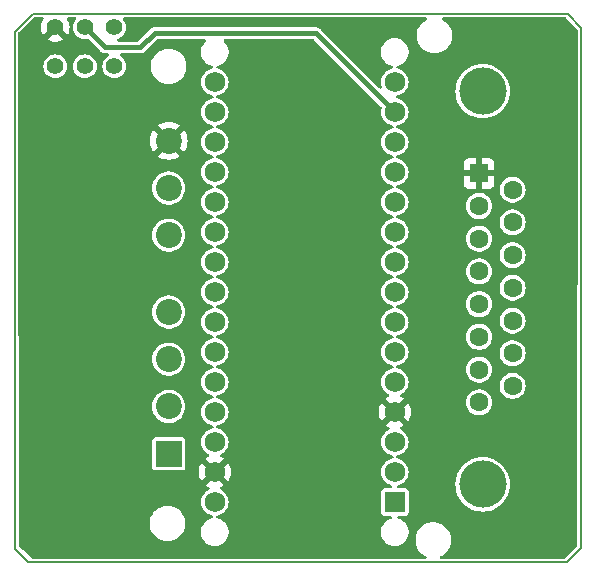
<source format=gbl>
%TF.GenerationSoftware,KiCad,Pcbnew,7.0.2*%
%TF.CreationDate,2025-03-23T10:17:30-04:00*%
%TF.ProjectId,ControllerToJamma,436f6e74-726f-46c6-9c65-72546f4a616d,rev?*%
%TF.SameCoordinates,Original*%
%TF.FileFunction,Copper,L2,Bot*%
%TF.FilePolarity,Positive*%
%FSLAX46Y46*%
G04 Gerber Fmt 4.6, Leading zero omitted, Abs format (unit mm)*
G04 Created by KiCad (PCBNEW 7.0.2) date 2025-03-23 10:17:30*
%MOMM*%
%LPD*%
G01*
G04 APERTURE LIST*
%TA.AperFunction,ComponentPad*%
%ADD10R,2.200000X2.200000*%
%TD*%
%TA.AperFunction,ComponentPad*%
%ADD11C,2.200000*%
%TD*%
%TA.AperFunction,ComponentPad*%
%ADD12C,4.000000*%
%TD*%
%TA.AperFunction,ComponentPad*%
%ADD13R,1.600000X1.600000*%
%TD*%
%TA.AperFunction,ComponentPad*%
%ADD14C,1.600000*%
%TD*%
%TA.AperFunction,ComponentPad*%
%ADD15C,1.727200*%
%TD*%
%TA.AperFunction,ComponentPad*%
%ADD16R,1.727200X1.727200*%
%TD*%
%TA.AperFunction,ComponentPad*%
%ADD17C,1.408000*%
%TD*%
%TA.AperFunction,Conductor*%
%ADD18C,0.400000*%
%TD*%
%TA.AperFunction,Profile*%
%ADD19C,0.150000*%
%TD*%
G04 APERTURE END LIST*
D10*
%TO.P,J2,1,Pin_1*%
%TO.N,+5V*%
X139200000Y-117200000D03*
D11*
%TO.P,J2,2,Pin_2*%
%TO.N,CLK_OUT*%
X139200000Y-113200000D03*
%TO.P,J2,3,Pin_3*%
%TO.N,LATCH_OUT*%
X139200000Y-109200000D03*
%TO.P,J2,4,Pin_4*%
%TO.N,DATA_IN*%
X139200000Y-105200000D03*
%TO.P,J2,5,Pin_5*%
%TO.N,unconnected-(J2-Pin_5-Pad5)*%
X139200000Y-98700000D03*
%TO.P,J2,6,Pin_6*%
%TO.N,unconnected-(J2-Pin_6-Pad6)*%
X139200000Y-94700000D03*
%TO.P,J2,7,Pin_7*%
%TO.N,~*%
X139200000Y-90700000D03*
%TD*%
D12*
%TO.P,J3,0*%
%TO.N,N/C*%
X165780000Y-119800000D03*
X165780000Y-86500000D03*
D13*
%TO.P,J3,1,1*%
%TO.N,~*%
X165480000Y-93455000D03*
D14*
%TO.P,J3,2,2*%
%TO.N,unconnected-(J3-Pad2)*%
X165480000Y-96225000D03*
%TO.P,J3,3,3*%
%TO.N,OUT_SELECT*%
X165480000Y-98995000D03*
%TO.P,J3,4,4*%
%TO.N,OUT_B4*%
X165480000Y-101765000D03*
%TO.P,J3,5,5*%
%TO.N,OUT_B2*%
X165480000Y-104535000D03*
%TO.P,J3,6,6*%
%TO.N,OUT_RIGHT*%
X165480000Y-107305000D03*
%TO.P,J3,7,7*%
%TO.N,OUT_DOWN*%
X165480000Y-110075000D03*
%TO.P,J3,8,8*%
%TO.N,+5V*%
X165480000Y-112845000D03*
%TO.P,J3,9,P9*%
%TO.N,unconnected-(J3-P9-Pad9)*%
X168320000Y-94840000D03*
%TO.P,J3,10,P10*%
%TO.N,unconnected-(J3-P10-Pad10)*%
X168320000Y-97610000D03*
%TO.P,J3,11,P111*%
%TO.N,OUT_START*%
X168320000Y-100380000D03*
%TO.P,J3,12,P12*%
%TO.N,OUT_B3*%
X168320000Y-103150000D03*
%TO.P,J3,13,P13*%
%TO.N,OUT_B1*%
X168320000Y-105920000D03*
%TO.P,J3,14,P14*%
%TO.N,OUT_LEFT*%
X168320000Y-108690000D03*
%TO.P,J3,15,P15*%
%TO.N,OUT_UP*%
X168320000Y-111460000D03*
%TD*%
D15*
%TO.P,XA1,3V3,3.3V*%
%TO.N,unconnected-(XA1-3.3V-Pad3V3)*%
X143100000Y-88260000D03*
%TO.P,XA1,5V,5V*%
%TO.N,+5V*%
X143100000Y-113660000D03*
%TO.P,XA1,A0,A0*%
%TO.N,unconnected-(XA1-PadA0)*%
X143100000Y-93340000D03*
%TO.P,XA1,A1,A1*%
%TO.N,unconnected-(XA1-PadA1)*%
X143100000Y-95880000D03*
%TO.P,XA1,A2,A2*%
%TO.N,DATA_IN*%
X143100000Y-98420000D03*
%TO.P,XA1,A3,A3*%
%TO.N,LATCH_OUT*%
X143100000Y-100960000D03*
%TO.P,XA1,A4,A4_SDA*%
%TO.N,unconnected-(XA1-A4_SDA-PadA4)*%
X143100000Y-103500000D03*
%TO.P,XA1,A5,A5_SCL*%
%TO.N,CLK_OUT*%
X143100000Y-106040000D03*
%TO.P,XA1,A6,A6*%
%TO.N,unconnected-(XA1-PadA6)*%
X143100000Y-108580000D03*
%TO.P,XA1,A7,A7*%
%TO.N,unconnected-(XA1-PadA7)*%
X143100000Y-111120000D03*
%TO.P,XA1,AREF,AREF*%
%TO.N,unconnected-(XA1-PadAREF)*%
X143100000Y-90800000D03*
%TO.P,XA1,D0,D0_RX0*%
%TO.N,unconnected-(XA1-D0_RX0-PadD0)*%
X158340000Y-118740000D03*
D16*
%TO.P,XA1,D1,D1_TX0*%
%TO.N,unconnected-(XA1-D1_TX0-PadD1)*%
X158340000Y-121280000D03*
D15*
%TO.P,XA1,D2,D2_INT0*%
%TO.N,OUT_UP*%
X158340000Y-111120000D03*
%TO.P,XA1,D3,D3_INT1*%
%TO.N,OUT_DOWN*%
X158340000Y-108580000D03*
%TO.P,XA1,D4,D4*%
%TO.N,OUT_LEFT*%
X158340000Y-106040000D03*
%TO.P,XA1,D5,D5*%
%TO.N,OUT_RIGHT*%
X158340000Y-103500000D03*
%TO.P,XA1,D6,D6*%
%TO.N,OUT_B1*%
X158340000Y-100960000D03*
%TO.P,XA1,D7,D7*%
%TO.N,OUT_B2*%
X158340000Y-98420000D03*
%TO.P,XA1,D8,D8*%
%TO.N,OUT_B3*%
X158340000Y-95880000D03*
%TO.P,XA1,D9,D9*%
%TO.N,OUT_B4*%
X158340000Y-93340000D03*
%TO.P,XA1,D10,D10_CS*%
%TO.N,OUT_SELECT*%
X158340000Y-90800000D03*
%TO.P,XA1,D11,D11_MOSI*%
%TO.N,SWITCH_1*%
X158340000Y-88260000D03*
%TO.P,XA1,D12,D12_MISO*%
%TO.N,OUT_START*%
X158340000Y-85720000D03*
%TO.P,XA1,D13,D13_SCK*%
%TO.N,unconnected-(XA1-D13_SCK-PadD13)*%
X143100000Y-85720000D03*
%TO.P,XA1,GND1,GND*%
%TO.N,~*%
X158340000Y-113660000D03*
%TO.P,XA1,GND2,GND*%
X143100000Y-118740000D03*
%TO.P,XA1,RST1,RESET*%
%TO.N,unconnected-(XA1-RESET-PadRST1)*%
X158340000Y-116200000D03*
%TO.P,XA1,RST2,RESET*%
%TO.N,unconnected-(XA1-RESET-PadRST2)*%
X143100000Y-116200000D03*
%TO.P,XA1,VIN,VIN*%
%TO.N,unconnected-(XA1-PadVIN)*%
X143100000Y-121280000D03*
%TD*%
D17*
%TO.P,SW1,6*%
%TO.N,N/C*%
X134600000Y-84400000D03*
%TO.P,SW1,5*%
X132100000Y-84400000D03*
%TO.P,SW1,4*%
X129600000Y-84400000D03*
%TO.P,SW1,3,C*%
%TO.N,+5V*%
X134600000Y-81100000D03*
%TO.P,SW1,2,B*%
%TO.N,SWITCH_1*%
X132100000Y-81100000D03*
%TO.P,SW1,1,A*%
%TO.N,~*%
X129600000Y-81100000D03*
%TD*%
D18*
%TO.N,SWITCH_1*%
X151680000Y-81600000D02*
X158340000Y-88260000D01*
X138000000Y-81600000D02*
X151680000Y-81600000D01*
X133800000Y-82800000D02*
X136800000Y-82800000D01*
X136800000Y-82800000D02*
X138000000Y-81600000D01*
X132100000Y-81100000D02*
X133800000Y-82800000D01*
X157835000Y-88265000D02*
X158980000Y-88265000D01*
%TD*%
%TA.AperFunction,Conductor*%
%TO.N,~*%
G36*
X128499086Y-80230246D02*
G01*
X128566116Y-80249952D01*
X128611853Y-80302771D01*
X128621774Y-80371933D01*
X128597997Y-80428970D01*
X128571952Y-80463459D01*
X128472494Y-80663200D01*
X128411429Y-80877817D01*
X128390842Y-81100000D01*
X128411429Y-81322182D01*
X128472494Y-81536799D01*
X128571950Y-81736537D01*
X128588282Y-81758163D01*
X129155549Y-81190895D01*
X129156327Y-81201265D01*
X129205887Y-81327541D01*
X129290465Y-81433599D01*
X129402547Y-81510016D01*
X129510299Y-81543253D01*
X128943766Y-82109785D01*
X129061030Y-82182393D01*
X129269098Y-82262998D01*
X129488435Y-82304000D01*
X129711565Y-82304000D01*
X129930901Y-82262998D01*
X130138970Y-82182393D01*
X130256231Y-82109786D01*
X130256231Y-82109785D01*
X129688231Y-81541784D01*
X129734138Y-81534865D01*
X129856357Y-81476007D01*
X129955798Y-81383740D01*
X130023625Y-81266260D01*
X130041499Y-81187946D01*
X130611716Y-81758163D01*
X130611717Y-81758163D01*
X130628047Y-81736540D01*
X130727505Y-81536799D01*
X130788570Y-81322182D01*
X130809157Y-81100000D01*
X130788570Y-80877817D01*
X130727505Y-80663200D01*
X130628049Y-80463462D01*
X130602557Y-80429706D01*
X130577865Y-80364345D01*
X130592430Y-80296010D01*
X130641627Y-80246398D01*
X130701549Y-80230979D01*
X131251444Y-80231162D01*
X131318471Y-80250868D01*
X131364208Y-80303687D01*
X131374129Y-80372849D01*
X131347251Y-80433825D01*
X131260747Y-80539231D01*
X131167474Y-80713732D01*
X131110034Y-80903085D01*
X131090640Y-81100000D01*
X131110034Y-81296914D01*
X131117699Y-81322182D01*
X131167473Y-81486265D01*
X131260748Y-81660770D01*
X131386275Y-81813725D01*
X131539230Y-81939252D01*
X131713735Y-82032527D01*
X131903084Y-82089965D01*
X132100000Y-82109360D01*
X132296916Y-82089965D01*
X132296915Y-82089965D01*
X132309070Y-82088768D01*
X132309343Y-82091540D01*
X132361049Y-82091075D01*
X132414867Y-82122681D01*
X133398613Y-83106427D01*
X133415246Y-83127067D01*
X133417854Y-83131125D01*
X133417856Y-83131127D01*
X133417857Y-83131128D01*
X133455401Y-83163659D01*
X133461865Y-83169679D01*
X133471406Y-83179221D01*
X133482207Y-83187306D01*
X133489100Y-83192860D01*
X133511000Y-83211836D01*
X133526627Y-83225377D01*
X133531009Y-83227378D01*
X133553806Y-83240904D01*
X133557669Y-83243796D01*
X133557670Y-83243796D01*
X133557671Y-83243797D01*
X133604192Y-83261148D01*
X133612372Y-83264536D01*
X133628442Y-83271874D01*
X133657543Y-83285165D01*
X133662316Y-83285851D01*
X133687998Y-83292405D01*
X133692517Y-83294091D01*
X133742052Y-83297633D01*
X133750837Y-83298578D01*
X133764201Y-83300500D01*
X133777692Y-83300500D01*
X133786538Y-83300815D01*
X133836073Y-83304359D01*
X133840786Y-83303334D01*
X133867144Y-83300500D01*
X134031084Y-83300500D01*
X134098123Y-83320185D01*
X134143878Y-83372989D01*
X134153822Y-83442147D01*
X134124797Y-83505703D01*
X134089537Y-83533858D01*
X134039231Y-83560747D01*
X133886275Y-83686275D01*
X133760747Y-83839230D01*
X133667474Y-84013732D01*
X133610034Y-84203085D01*
X133590640Y-84400000D01*
X133610034Y-84596914D01*
X133610035Y-84596916D01*
X133662422Y-84769615D01*
X133667474Y-84786267D01*
X133713758Y-84872859D01*
X133760748Y-84960770D01*
X133886275Y-85113725D01*
X134039230Y-85239252D01*
X134213735Y-85332527D01*
X134403084Y-85389965D01*
X134600000Y-85409360D01*
X134796916Y-85389965D01*
X134986265Y-85332527D01*
X135160770Y-85239252D01*
X135313725Y-85113725D01*
X135439252Y-84960770D01*
X135532527Y-84786265D01*
X135589965Y-84596916D01*
X135597114Y-84524335D01*
X137699500Y-84524335D01*
X137704767Y-84555900D01*
X137740429Y-84769615D01*
X137806053Y-84960770D01*
X137821172Y-85004810D01*
X137880114Y-85113725D01*
X137939529Y-85223514D01*
X138069084Y-85389965D01*
X138092262Y-85419744D01*
X138275215Y-85588164D01*
X138483393Y-85724173D01*
X138711119Y-85824063D01*
X138952179Y-85885108D01*
X139137933Y-85900500D01*
X139140503Y-85900500D01*
X139259497Y-85900500D01*
X139262067Y-85900500D01*
X139447821Y-85885108D01*
X139688881Y-85824063D01*
X139916607Y-85724173D01*
X140124785Y-85588164D01*
X140307738Y-85419744D01*
X140460474Y-85223509D01*
X140578828Y-85004810D01*
X140659571Y-84769614D01*
X140700500Y-84524335D01*
X140700500Y-84275665D01*
X140659571Y-84030386D01*
X140578828Y-83795190D01*
X140460474Y-83576491D01*
X140460471Y-83576487D01*
X140460470Y-83576485D01*
X140307740Y-83380259D01*
X140307738Y-83380256D01*
X140124785Y-83211836D01*
X139916607Y-83075827D01*
X139916604Y-83075825D01*
X139791523Y-83020960D01*
X139688881Y-82975937D01*
X139508867Y-82930351D01*
X139447822Y-82914892D01*
X139413854Y-82912077D01*
X139262067Y-82899500D01*
X139137933Y-82899500D01*
X139020111Y-82909262D01*
X138952177Y-82914892D01*
X138830087Y-82945810D01*
X138711119Y-82975937D01*
X138711116Y-82975938D01*
X138711117Y-82975938D01*
X138483395Y-83075825D01*
X138398748Y-83131128D01*
X138275215Y-83211836D01*
X138179131Y-83300288D01*
X138092259Y-83380259D01*
X137939529Y-83576485D01*
X137821170Y-83795194D01*
X137740429Y-84030384D01*
X137740429Y-84030386D01*
X137699500Y-84275665D01*
X137699500Y-84524335D01*
X135597114Y-84524335D01*
X135609360Y-84400000D01*
X135589965Y-84203084D01*
X135532527Y-84013735D01*
X135439252Y-83839230D01*
X135313725Y-83686275D01*
X135160770Y-83560748D01*
X135151597Y-83555844D01*
X135110463Y-83533858D01*
X135060618Y-83484896D01*
X135045158Y-83416758D01*
X135068990Y-83351078D01*
X135124547Y-83308710D01*
X135168916Y-83300500D01*
X136732856Y-83300500D01*
X136759214Y-83303334D01*
X136763926Y-83304359D01*
X136763926Y-83304358D01*
X136763927Y-83304359D01*
X136813461Y-83300815D01*
X136822308Y-83300500D01*
X136835797Y-83300500D01*
X136835799Y-83300500D01*
X136849159Y-83298578D01*
X136857951Y-83297633D01*
X136907483Y-83294091D01*
X136912001Y-83292405D01*
X136937681Y-83285851D01*
X136942457Y-83285165D01*
X136987637Y-83264530D01*
X136995791Y-83261153D01*
X137042331Y-83243796D01*
X137046189Y-83240907D01*
X137068997Y-83227375D01*
X137073373Y-83225377D01*
X137110906Y-83192853D01*
X137117782Y-83187313D01*
X137128593Y-83179221D01*
X137138155Y-83169658D01*
X137144603Y-83163654D01*
X137182143Y-83131128D01*
X137184753Y-83127067D01*
X137201382Y-83106430D01*
X138170994Y-82136818D01*
X138232317Y-82103334D01*
X138258675Y-82100500D01*
X142212617Y-82100500D01*
X142279656Y-82120185D01*
X142325411Y-82172989D01*
X142335355Y-82242147D01*
X142306330Y-82305703D01*
X142304254Y-82308038D01*
X142157911Y-82468567D01*
X142043226Y-82653791D01*
X141964531Y-82856926D01*
X141964530Y-82856930D01*
X141964530Y-82856931D01*
X141924500Y-83071074D01*
X141924500Y-83288926D01*
X141941573Y-83380259D01*
X141964531Y-83503073D01*
X142043226Y-83706208D01*
X142157912Y-83891432D01*
X142304676Y-84052426D01*
X142478528Y-84183712D01*
X142673542Y-84280818D01*
X142876245Y-84338492D01*
X142935339Y-84375771D01*
X142964896Y-84439081D01*
X142955534Y-84508320D01*
X142910224Y-84561507D01*
X142865097Y-84579646D01*
X142780063Y-84595541D01*
X142780064Y-84595542D01*
X142578892Y-84673476D01*
X142395465Y-84787049D01*
X142236034Y-84932389D01*
X142106019Y-85104557D01*
X142009858Y-85297676D01*
X141950818Y-85505178D01*
X141930913Y-85720000D01*
X141950818Y-85934821D01*
X142009858Y-86142323D01*
X142106019Y-86335442D01*
X142236034Y-86507610D01*
X142395465Y-86652950D01*
X142395467Y-86652951D01*
X142395468Y-86652952D01*
X142578893Y-86766524D01*
X142780064Y-86844458D01*
X142906598Y-86868111D01*
X142968879Y-86899779D01*
X143004152Y-86960092D01*
X143001218Y-87029900D01*
X142961009Y-87087040D01*
X142906599Y-87111888D01*
X142783878Y-87134829D01*
X142780064Y-87135542D01*
X142578892Y-87213476D01*
X142395465Y-87327049D01*
X142236034Y-87472389D01*
X142106019Y-87644557D01*
X142009858Y-87837676D01*
X141950818Y-88045178D01*
X141930913Y-88260000D01*
X141950818Y-88474821D01*
X142009858Y-88682323D01*
X142106019Y-88875442D01*
X142236034Y-89047610D01*
X142395465Y-89192950D01*
X142395467Y-89192951D01*
X142395468Y-89192952D01*
X142578893Y-89306524D01*
X142780064Y-89384458D01*
X142906598Y-89408111D01*
X142968879Y-89439779D01*
X143004152Y-89500092D01*
X143001218Y-89569900D01*
X142961009Y-89627040D01*
X142906599Y-89651888D01*
X142780064Y-89675541D01*
X142780064Y-89675542D01*
X142578892Y-89753476D01*
X142395465Y-89867049D01*
X142236034Y-90012389D01*
X142106019Y-90184557D01*
X142009858Y-90377676D01*
X141950818Y-90585178D01*
X141930913Y-90800000D01*
X141950818Y-91014821D01*
X142009858Y-91222323D01*
X142106019Y-91415442D01*
X142236034Y-91587610D01*
X142395465Y-91732950D01*
X142395467Y-91732951D01*
X142395468Y-91732952D01*
X142578893Y-91846524D01*
X142780064Y-91924458D01*
X142906598Y-91948111D01*
X142968879Y-91979779D01*
X143004152Y-92040092D01*
X143001218Y-92109900D01*
X142961009Y-92167040D01*
X142906599Y-92191888D01*
X142780064Y-92215541D01*
X142780064Y-92215542D01*
X142578892Y-92293476D01*
X142395465Y-92407049D01*
X142236034Y-92552389D01*
X142106019Y-92724557D01*
X142009858Y-92917676D01*
X141950818Y-93125178D01*
X141930913Y-93339999D01*
X141950818Y-93554821D01*
X142009858Y-93762323D01*
X142106019Y-93955442D01*
X142236034Y-94127610D01*
X142395465Y-94272950D01*
X142395467Y-94272951D01*
X142395468Y-94272952D01*
X142578893Y-94386524D01*
X142780064Y-94464458D01*
X142906598Y-94488111D01*
X142968879Y-94519779D01*
X143004152Y-94580092D01*
X143001218Y-94649900D01*
X142961009Y-94707040D01*
X142906599Y-94731888D01*
X142817206Y-94748599D01*
X142780064Y-94755542D01*
X142578892Y-94833476D01*
X142395465Y-94947049D01*
X142236034Y-95092389D01*
X142106019Y-95264557D01*
X142009858Y-95457676D01*
X141950818Y-95665178D01*
X141930913Y-95879999D01*
X141950818Y-96094821D01*
X142009858Y-96302323D01*
X142106019Y-96495442D01*
X142236034Y-96667610D01*
X142395465Y-96812950D01*
X142395467Y-96812951D01*
X142395468Y-96812952D01*
X142578893Y-96926524D01*
X142780064Y-97004458D01*
X142906598Y-97028111D01*
X142968879Y-97059779D01*
X143004152Y-97120092D01*
X143001218Y-97189900D01*
X142961009Y-97247040D01*
X142906599Y-97271888D01*
X142820282Y-97288024D01*
X142780064Y-97295542D01*
X142578892Y-97373476D01*
X142395465Y-97487049D01*
X142236034Y-97632389D01*
X142106019Y-97804557D01*
X142009858Y-97997676D01*
X141950818Y-98205178D01*
X141930913Y-98419999D01*
X141950818Y-98634821D01*
X142009858Y-98842323D01*
X142106019Y-99035442D01*
X142236034Y-99207610D01*
X142395465Y-99352950D01*
X142395467Y-99352951D01*
X142395468Y-99352952D01*
X142578893Y-99466524D01*
X142780064Y-99544458D01*
X142906598Y-99568111D01*
X142968879Y-99599779D01*
X143004152Y-99660092D01*
X143001218Y-99729900D01*
X142961009Y-99787040D01*
X142906599Y-99811888D01*
X142780064Y-99835541D01*
X142780064Y-99835542D01*
X142578892Y-99913476D01*
X142395465Y-100027049D01*
X142236034Y-100172389D01*
X142106019Y-100344557D01*
X142009858Y-100537676D01*
X141950818Y-100745178D01*
X141930913Y-100960000D01*
X141950818Y-101174821D01*
X142009858Y-101382323D01*
X142106019Y-101575442D01*
X142236034Y-101747610D01*
X142395465Y-101892950D01*
X142395467Y-101892951D01*
X142395468Y-101892952D01*
X142578893Y-102006524D01*
X142780064Y-102084458D01*
X142906598Y-102108111D01*
X142968879Y-102139779D01*
X143004152Y-102200092D01*
X143001218Y-102269900D01*
X142961009Y-102327040D01*
X142906599Y-102351888D01*
X142780064Y-102375541D01*
X142780064Y-102375542D01*
X142578892Y-102453476D01*
X142395465Y-102567049D01*
X142236034Y-102712389D01*
X142106019Y-102884557D01*
X142009858Y-103077676D01*
X141950818Y-103285178D01*
X141930913Y-103500000D01*
X141950818Y-103714821D01*
X142009858Y-103922323D01*
X142106019Y-104115442D01*
X142236034Y-104287610D01*
X142395465Y-104432950D01*
X142395467Y-104432951D01*
X142395468Y-104432952D01*
X142578893Y-104546524D01*
X142780064Y-104624458D01*
X142906598Y-104648111D01*
X142968879Y-104679779D01*
X143004152Y-104740092D01*
X143001218Y-104809900D01*
X142961009Y-104867040D01*
X142906599Y-104891888D01*
X142780064Y-104915541D01*
X142780064Y-104915542D01*
X142578892Y-104993476D01*
X142395465Y-105107049D01*
X142236034Y-105252389D01*
X142106019Y-105424557D01*
X142009858Y-105617676D01*
X141950818Y-105825178D01*
X141930913Y-106040000D01*
X141950818Y-106254821D01*
X142009858Y-106462323D01*
X142106019Y-106655442D01*
X142236034Y-106827610D01*
X142395465Y-106972950D01*
X142395467Y-106972951D01*
X142395468Y-106972952D01*
X142578893Y-107086524D01*
X142780064Y-107164458D01*
X142906598Y-107188111D01*
X142968879Y-107219779D01*
X143004152Y-107280092D01*
X143001218Y-107349900D01*
X142961009Y-107407040D01*
X142906599Y-107431888D01*
X142780063Y-107455541D01*
X142780064Y-107455542D01*
X142578892Y-107533476D01*
X142395465Y-107647049D01*
X142236034Y-107792389D01*
X142106019Y-107964557D01*
X142009858Y-108157676D01*
X141950818Y-108365178D01*
X141930913Y-108580000D01*
X141950818Y-108794821D01*
X142009858Y-109002323D01*
X142106019Y-109195442D01*
X142236034Y-109367610D01*
X142395465Y-109512950D01*
X142395467Y-109512951D01*
X142395468Y-109512952D01*
X142578893Y-109626524D01*
X142780064Y-109704458D01*
X142906598Y-109728111D01*
X142968879Y-109759779D01*
X143004152Y-109820092D01*
X143001218Y-109889900D01*
X142961009Y-109947040D01*
X142906599Y-109971888D01*
X142780064Y-109995541D01*
X142780064Y-109995542D01*
X142578892Y-110073476D01*
X142395465Y-110187049D01*
X142236034Y-110332389D01*
X142106019Y-110504557D01*
X142009858Y-110697676D01*
X141950818Y-110905178D01*
X141930913Y-111120000D01*
X141950818Y-111334821D01*
X142009858Y-111542323D01*
X142106019Y-111735442D01*
X142236034Y-111907610D01*
X142395465Y-112052950D01*
X142395467Y-112052951D01*
X142395468Y-112052952D01*
X142578893Y-112166524D01*
X142780064Y-112244458D01*
X142906598Y-112268111D01*
X142968879Y-112299779D01*
X143004152Y-112360092D01*
X143001218Y-112429900D01*
X142961009Y-112487040D01*
X142906599Y-112511888D01*
X142803559Y-112531150D01*
X142780064Y-112535542D01*
X142578892Y-112613476D01*
X142395465Y-112727049D01*
X142236034Y-112872389D01*
X142106019Y-113044557D01*
X142009858Y-113237676D01*
X141950818Y-113445178D01*
X141930913Y-113659999D01*
X141950818Y-113874821D01*
X142009858Y-114082323D01*
X142106019Y-114275442D01*
X142236034Y-114447610D01*
X142395465Y-114592950D01*
X142395467Y-114592951D01*
X142395468Y-114592952D01*
X142578893Y-114706524D01*
X142780064Y-114784458D01*
X142906598Y-114808111D01*
X142968879Y-114839779D01*
X143004152Y-114900092D01*
X143001218Y-114969900D01*
X142961009Y-115027040D01*
X142906599Y-115051888D01*
X142780064Y-115075541D01*
X142780064Y-115075542D01*
X142578892Y-115153476D01*
X142395465Y-115267049D01*
X142236034Y-115412389D01*
X142106019Y-115584557D01*
X142009858Y-115777676D01*
X141950818Y-115985178D01*
X141930913Y-116199999D01*
X141950818Y-116414821D01*
X142009858Y-116622323D01*
X142106019Y-116815442D01*
X142236034Y-116987610D01*
X142395465Y-117132950D01*
X142395467Y-117132951D01*
X142395468Y-117132952D01*
X142578893Y-117246524D01*
X142578894Y-117246524D01*
X142588663Y-117252573D01*
X142587898Y-117253807D01*
X142633339Y-117288723D01*
X142656931Y-117354489D01*
X142641223Y-117422570D01*
X142591201Y-117471351D01*
X142573411Y-117479061D01*
X142550377Y-117486968D01*
X142351624Y-117594529D01*
X142327140Y-117613586D01*
X142960401Y-118246847D01*
X142955408Y-118247565D01*
X142822530Y-118308248D01*
X142712131Y-118403910D01*
X142633155Y-118526799D01*
X142610477Y-118604030D01*
X141975109Y-117968663D01*
X141896641Y-118088770D01*
X141805865Y-118295718D01*
X141750387Y-118514795D01*
X141731726Y-118740000D01*
X141750387Y-118965204D01*
X141805865Y-119184281D01*
X141896639Y-119391225D01*
X141975110Y-119511334D01*
X142610477Y-118875967D01*
X142633155Y-118953201D01*
X142712131Y-119076090D01*
X142822530Y-119171752D01*
X142955408Y-119232435D01*
X142960399Y-119233152D01*
X142327139Y-119866412D01*
X142327140Y-119866413D01*
X142351623Y-119885470D01*
X142550371Y-119993027D01*
X142573408Y-120000936D01*
X142630424Y-120041322D01*
X142656555Y-120106121D01*
X142643504Y-120174761D01*
X142595415Y-120225449D01*
X142579536Y-120233077D01*
X142395465Y-120347049D01*
X142236034Y-120492389D01*
X142106019Y-120664557D01*
X142009858Y-120857676D01*
X141950818Y-121065178D01*
X141930913Y-121280000D01*
X141950818Y-121494821D01*
X142009858Y-121702323D01*
X142106019Y-121895442D01*
X142236034Y-122067610D01*
X142395465Y-122212950D01*
X142395467Y-122212951D01*
X142395468Y-122212952D01*
X142578893Y-122326524D01*
X142780064Y-122404458D01*
X142865098Y-122420353D01*
X142927376Y-122452020D01*
X142962650Y-122512332D01*
X142959717Y-122582140D01*
X142919508Y-122639280D01*
X142876246Y-122661507D01*
X142673541Y-122719182D01*
X142478528Y-122816287D01*
X142304676Y-122947573D01*
X142157912Y-123108567D01*
X142043226Y-123293791D01*
X141964531Y-123496926D01*
X141964530Y-123496930D01*
X141964530Y-123496931D01*
X141924500Y-123711074D01*
X141924500Y-123928926D01*
X141960169Y-124119740D01*
X141964531Y-124143073D01*
X142043226Y-124346208D01*
X142157912Y-124531432D01*
X142304676Y-124692426D01*
X142478528Y-124823712D01*
X142673542Y-124920818D01*
X142883074Y-124980435D01*
X142921176Y-124983965D01*
X143045653Y-124995500D01*
X143048525Y-124995500D01*
X143151475Y-124995500D01*
X143154347Y-124995500D01*
X143291523Y-124982788D01*
X143316925Y-124980435D01*
X143526457Y-124920818D01*
X143629288Y-124869614D01*
X143721472Y-124823712D01*
X143895322Y-124692427D01*
X144042088Y-124531432D01*
X144156772Y-124346210D01*
X144235470Y-124143069D01*
X144275500Y-123928926D01*
X144275500Y-123711074D01*
X144235470Y-123496931D01*
X144163764Y-123311837D01*
X144156773Y-123293791D01*
X144083733Y-123175827D01*
X144042088Y-123108568D01*
X144012341Y-123075937D01*
X143895323Y-122947573D01*
X143721471Y-122816287D01*
X143526458Y-122719182D01*
X143323753Y-122661507D01*
X143264660Y-122624228D01*
X143235103Y-122560918D01*
X143244465Y-122491678D01*
X143289775Y-122438492D01*
X143334898Y-122420354D01*
X143419936Y-122404458D01*
X143621107Y-122326524D01*
X143804532Y-122212952D01*
X143963966Y-122067609D01*
X144093978Y-121895445D01*
X144093978Y-121895443D01*
X144093980Y-121895442D01*
X144190141Y-121702323D01*
X144249181Y-121494821D01*
X144255452Y-121427140D01*
X144269087Y-121280000D01*
X144249181Y-121065181D01*
X144249181Y-121065178D01*
X144190141Y-120857676D01*
X144093980Y-120664557D01*
X143963965Y-120492389D01*
X143804534Y-120347049D01*
X143611337Y-120227427D01*
X143612100Y-120226193D01*
X143566656Y-120191270D01*
X143543067Y-120125503D01*
X143558779Y-120057423D01*
X143608804Y-120008645D01*
X143626592Y-120000936D01*
X143649627Y-119993028D01*
X143848374Y-119885470D01*
X143872859Y-119866412D01*
X143239600Y-119233152D01*
X143244592Y-119232435D01*
X143377470Y-119171752D01*
X143487869Y-119076090D01*
X143566845Y-118953201D01*
X143589522Y-118875968D01*
X144224888Y-119511335D01*
X144303359Y-119391226D01*
X144394134Y-119184281D01*
X144449612Y-118965204D01*
X144468273Y-118739999D01*
X144449612Y-118514795D01*
X144394134Y-118295718D01*
X144303360Y-118088773D01*
X144224888Y-117968663D01*
X143589521Y-118604029D01*
X143566845Y-118526799D01*
X143487869Y-118403910D01*
X143377470Y-118308248D01*
X143244592Y-118247565D01*
X143239599Y-118246847D01*
X143872859Y-117613587D01*
X143872858Y-117613585D01*
X143848376Y-117594530D01*
X143649625Y-117486970D01*
X143626589Y-117479062D01*
X143569574Y-117438675D01*
X143543444Y-117373875D01*
X143556496Y-117305236D01*
X143604586Y-117254549D01*
X143620469Y-117246918D01*
X143621102Y-117246525D01*
X143621107Y-117246524D01*
X143804532Y-117132952D01*
X143963966Y-116987609D01*
X144093978Y-116815445D01*
X144093978Y-116815443D01*
X144093980Y-116815442D01*
X144190141Y-116622323D01*
X144249181Y-116414821D01*
X144252293Y-116381233D01*
X144269087Y-116200000D01*
X144249181Y-115985181D01*
X144249181Y-115985178D01*
X144190141Y-115777676D01*
X144093980Y-115584557D01*
X143963965Y-115412389D01*
X143804534Y-115267049D01*
X143621107Y-115153476D01*
X143600387Y-115145449D01*
X143419936Y-115075542D01*
X143293399Y-115051888D01*
X143231120Y-115020221D01*
X143195847Y-114959908D01*
X143198781Y-114890100D01*
X143238990Y-114832960D01*
X143293399Y-114808111D01*
X143419936Y-114784458D01*
X143621107Y-114706524D01*
X143804532Y-114592952D01*
X143963966Y-114447609D01*
X144093978Y-114275445D01*
X144093978Y-114275443D01*
X144093980Y-114275442D01*
X144190141Y-114082323D01*
X144249181Y-113874821D01*
X144252931Y-113834347D01*
X144269087Y-113660000D01*
X144249181Y-113445181D01*
X144249181Y-113445178D01*
X144190141Y-113237676D01*
X144093980Y-113044557D01*
X143963965Y-112872389D01*
X143804534Y-112727049D01*
X143621107Y-112613476D01*
X143621106Y-112613476D01*
X143419936Y-112535542D01*
X143293399Y-112511888D01*
X143231120Y-112480221D01*
X143195847Y-112419908D01*
X143198781Y-112350100D01*
X143238990Y-112292960D01*
X143293399Y-112268111D01*
X143419936Y-112244458D01*
X143621107Y-112166524D01*
X143804532Y-112052952D01*
X143963966Y-111907609D01*
X144093978Y-111735445D01*
X144093978Y-111735443D01*
X144093980Y-111735442D01*
X144190141Y-111542323D01*
X144249181Y-111334821D01*
X144252293Y-111301233D01*
X144269087Y-111120000D01*
X144249181Y-110905181D01*
X144249181Y-110905178D01*
X144190141Y-110697676D01*
X144093980Y-110504557D01*
X143963965Y-110332389D01*
X143804534Y-110187049D01*
X143621107Y-110073476D01*
X143594455Y-110063151D01*
X143419936Y-109995542D01*
X143293399Y-109971888D01*
X143231120Y-109940221D01*
X143195847Y-109879908D01*
X143198781Y-109810100D01*
X143238990Y-109752960D01*
X143293399Y-109728111D01*
X143419936Y-109704458D01*
X143621107Y-109626524D01*
X143804532Y-109512952D01*
X143963966Y-109367609D01*
X144093978Y-109195445D01*
X144093978Y-109195443D01*
X144093980Y-109195442D01*
X144190141Y-109002323D01*
X144249181Y-108794821D01*
X144258894Y-108690000D01*
X144269087Y-108580000D01*
X144252917Y-108405500D01*
X144249181Y-108365178D01*
X144190141Y-108157676D01*
X144093980Y-107964557D01*
X143963965Y-107792389D01*
X143804534Y-107647049D01*
X143621107Y-107533476D01*
X143555560Y-107508083D01*
X143419936Y-107455542D01*
X143293399Y-107431888D01*
X143231120Y-107400221D01*
X143195847Y-107339908D01*
X143198781Y-107270100D01*
X143238990Y-107212960D01*
X143293399Y-107188111D01*
X143419936Y-107164458D01*
X143621107Y-107086524D01*
X143804532Y-106972952D01*
X143963966Y-106827609D01*
X144093978Y-106655445D01*
X144093978Y-106655443D01*
X144093980Y-106655442D01*
X144190141Y-106462323D01*
X144249181Y-106254821D01*
X144261388Y-106123083D01*
X144269087Y-106040000D01*
X144249181Y-105825181D01*
X144249181Y-105825178D01*
X144190141Y-105617676D01*
X144093980Y-105424557D01*
X143963965Y-105252389D01*
X143804534Y-105107049D01*
X143621107Y-104993476D01*
X143419936Y-104915542D01*
X143293399Y-104891888D01*
X143231120Y-104860221D01*
X143195847Y-104799908D01*
X143198781Y-104730100D01*
X143238990Y-104672960D01*
X143293399Y-104648111D01*
X143419936Y-104624458D01*
X143621107Y-104546524D01*
X143804532Y-104432952D01*
X143963966Y-104287609D01*
X144093978Y-104115445D01*
X144093978Y-104115443D01*
X144093980Y-104115442D01*
X144190141Y-103922323D01*
X144249181Y-103714821D01*
X144252067Y-103683668D01*
X144269087Y-103500000D01*
X144249181Y-103285181D01*
X144249181Y-103285178D01*
X144190141Y-103077676D01*
X144093980Y-102884557D01*
X143963965Y-102712389D01*
X143804534Y-102567049D01*
X143621107Y-102453476D01*
X143621106Y-102453476D01*
X143419936Y-102375542D01*
X143293399Y-102351888D01*
X143231120Y-102320221D01*
X143195847Y-102259908D01*
X143198781Y-102190100D01*
X143238990Y-102132960D01*
X143293399Y-102108111D01*
X143419936Y-102084458D01*
X143621107Y-102006524D01*
X143804532Y-101892952D01*
X143963966Y-101747609D01*
X144093978Y-101575445D01*
X144093978Y-101575443D01*
X144093980Y-101575442D01*
X144190141Y-101382323D01*
X144249181Y-101174821D01*
X144253836Y-101124579D01*
X144269087Y-100960000D01*
X144249181Y-100745181D01*
X144249181Y-100745178D01*
X144190141Y-100537676D01*
X144093980Y-100344557D01*
X143963965Y-100172389D01*
X143804534Y-100027049D01*
X143621107Y-99913476D01*
X143525578Y-99876468D01*
X143419936Y-99835542D01*
X143293399Y-99811888D01*
X143231120Y-99780221D01*
X143195847Y-99719908D01*
X143198781Y-99650100D01*
X143238990Y-99592960D01*
X143293399Y-99568111D01*
X143419936Y-99544458D01*
X143621107Y-99466524D01*
X143804532Y-99352952D01*
X143963966Y-99207609D01*
X144093978Y-99035445D01*
X144093978Y-99035443D01*
X144093980Y-99035442D01*
X144190141Y-98842323D01*
X144249181Y-98634821D01*
X144252801Y-98595748D01*
X144269087Y-98420000D01*
X144249181Y-98205181D01*
X144249181Y-98205178D01*
X144190141Y-97997676D01*
X144093980Y-97804557D01*
X143963965Y-97632389D01*
X143804534Y-97487049D01*
X143621107Y-97373476D01*
X143621106Y-97373476D01*
X143419936Y-97295542D01*
X143293399Y-97271888D01*
X143231120Y-97240221D01*
X143195847Y-97179908D01*
X143198781Y-97110100D01*
X143238990Y-97052960D01*
X143293399Y-97028111D01*
X143419936Y-97004458D01*
X143621107Y-96926524D01*
X143804532Y-96812952D01*
X143963966Y-96667609D01*
X144093978Y-96495445D01*
X144093978Y-96495443D01*
X144093980Y-96495442D01*
X144190141Y-96302323D01*
X144249181Y-96094821D01*
X144255936Y-96021916D01*
X144269087Y-95880000D01*
X144249181Y-95665181D01*
X144249181Y-95665178D01*
X144190141Y-95457676D01*
X144093980Y-95264557D01*
X143963965Y-95092389D01*
X143804534Y-94947049D01*
X143621107Y-94833476D01*
X143419936Y-94755542D01*
X143293399Y-94731888D01*
X143231120Y-94700221D01*
X143195847Y-94639908D01*
X143198781Y-94570100D01*
X143238990Y-94512960D01*
X143293399Y-94488111D01*
X143419936Y-94464458D01*
X143621107Y-94386524D01*
X143804532Y-94272952D01*
X143963966Y-94127609D01*
X144093978Y-93955445D01*
X144093978Y-93955443D01*
X144093980Y-93955442D01*
X144190141Y-93762323D01*
X144249181Y-93554821D01*
X144252080Y-93523530D01*
X144269087Y-93340000D01*
X144249181Y-93125181D01*
X144249181Y-93125178D01*
X144190141Y-92917676D01*
X144093980Y-92724557D01*
X143963965Y-92552389D01*
X143804534Y-92407049D01*
X143621107Y-92293476D01*
X143447953Y-92226396D01*
X143419936Y-92215542D01*
X143293399Y-92191888D01*
X143231120Y-92160221D01*
X143195847Y-92099908D01*
X143198781Y-92030100D01*
X143238990Y-91972960D01*
X143293399Y-91948111D01*
X143419936Y-91924458D01*
X143621107Y-91846524D01*
X143804532Y-91732952D01*
X143963966Y-91587609D01*
X144093978Y-91415445D01*
X144093978Y-91415443D01*
X144093980Y-91415442D01*
X144190141Y-91222323D01*
X144249181Y-91014821D01*
X144255088Y-90951070D01*
X144269087Y-90800000D01*
X144249181Y-90585181D01*
X144249181Y-90585178D01*
X144190141Y-90377676D01*
X144093980Y-90184557D01*
X143963965Y-90012389D01*
X143804534Y-89867049D01*
X143621107Y-89753476D01*
X143419936Y-89675542D01*
X143293399Y-89651888D01*
X143231120Y-89620221D01*
X143195847Y-89559908D01*
X143198781Y-89490100D01*
X143238990Y-89432960D01*
X143293399Y-89408111D01*
X143419936Y-89384458D01*
X143621107Y-89306524D01*
X143804532Y-89192952D01*
X143963966Y-89047609D01*
X144093978Y-88875445D01*
X144093978Y-88875443D01*
X144093980Y-88875442D01*
X144190141Y-88682323D01*
X144249181Y-88474821D01*
X144252293Y-88441233D01*
X144269087Y-88260000D01*
X144249181Y-88045181D01*
X144249181Y-88045178D01*
X144190141Y-87837676D01*
X144093980Y-87644557D01*
X143963965Y-87472389D01*
X143804534Y-87327049D01*
X143621107Y-87213476D01*
X143621106Y-87213476D01*
X143419936Y-87135542D01*
X143293399Y-87111888D01*
X143231120Y-87080221D01*
X143195847Y-87019908D01*
X143198781Y-86950100D01*
X143238990Y-86892960D01*
X143293399Y-86868111D01*
X143419936Y-86844458D01*
X143621107Y-86766524D01*
X143804532Y-86652952D01*
X143963966Y-86507609D01*
X144093978Y-86335445D01*
X144093978Y-86335443D01*
X144093980Y-86335442D01*
X144190141Y-86142323D01*
X144249181Y-85934821D01*
X144253787Y-85885108D01*
X144269087Y-85720000D01*
X144249181Y-85505181D01*
X144249181Y-85505178D01*
X144190141Y-85297676D01*
X144093980Y-85104557D01*
X143963965Y-84932389D01*
X143804534Y-84787049D01*
X143621107Y-84673476D01*
X143608817Y-84668715D01*
X143419936Y-84595542D01*
X143334901Y-84579646D01*
X143272622Y-84547979D01*
X143237349Y-84487666D01*
X143240283Y-84417858D01*
X143280492Y-84360718D01*
X143323754Y-84338492D01*
X143526457Y-84280818D01*
X143543509Y-84272327D01*
X143721472Y-84183712D01*
X143895322Y-84052427D01*
X144042088Y-83891432D01*
X144156772Y-83706210D01*
X144235470Y-83503069D01*
X144275500Y-83288926D01*
X144275500Y-83071074D01*
X144235470Y-82856931D01*
X144221062Y-82819740D01*
X144156773Y-82653791D01*
X144042088Y-82468567D01*
X143895746Y-82308038D01*
X143865129Y-82245234D01*
X143873326Y-82175847D01*
X143917736Y-82121907D01*
X143984259Y-82100539D01*
X143987383Y-82100500D01*
X151421324Y-82100500D01*
X151488363Y-82120185D01*
X151509005Y-82136819D01*
X157189472Y-87817285D01*
X157222957Y-87878608D01*
X157221058Y-87938899D01*
X157190818Y-88045181D01*
X157170913Y-88260000D01*
X157190818Y-88474821D01*
X157249858Y-88682323D01*
X157346019Y-88875442D01*
X157476034Y-89047610D01*
X157635465Y-89192950D01*
X157635467Y-89192951D01*
X157635468Y-89192952D01*
X157818893Y-89306524D01*
X158020064Y-89384458D01*
X158146598Y-89408111D01*
X158208879Y-89439779D01*
X158244152Y-89500092D01*
X158241218Y-89569900D01*
X158201009Y-89627040D01*
X158146599Y-89651888D01*
X158020064Y-89675541D01*
X158020064Y-89675542D01*
X157818892Y-89753476D01*
X157635465Y-89867049D01*
X157476034Y-90012389D01*
X157346019Y-90184557D01*
X157249858Y-90377676D01*
X157190818Y-90585178D01*
X157170913Y-90800000D01*
X157190818Y-91014821D01*
X157249858Y-91222323D01*
X157346019Y-91415442D01*
X157476034Y-91587610D01*
X157635465Y-91732950D01*
X157635467Y-91732951D01*
X157635468Y-91732952D01*
X157818893Y-91846524D01*
X158020064Y-91924458D01*
X158146598Y-91948111D01*
X158208879Y-91979779D01*
X158244152Y-92040092D01*
X158241218Y-92109900D01*
X158201009Y-92167040D01*
X158146599Y-92191888D01*
X158020064Y-92215541D01*
X158020064Y-92215542D01*
X157818892Y-92293476D01*
X157635465Y-92407049D01*
X157476034Y-92552389D01*
X157346019Y-92724557D01*
X157249858Y-92917676D01*
X157190818Y-93125178D01*
X157170913Y-93340000D01*
X157190818Y-93554821D01*
X157249858Y-93762323D01*
X157346019Y-93955442D01*
X157476034Y-94127610D01*
X157635465Y-94272950D01*
X157635467Y-94272951D01*
X157635468Y-94272952D01*
X157818893Y-94386524D01*
X158020064Y-94464458D01*
X158146598Y-94488111D01*
X158208879Y-94519779D01*
X158244152Y-94580092D01*
X158241218Y-94649900D01*
X158201009Y-94707040D01*
X158146599Y-94731888D01*
X158057206Y-94748599D01*
X158020064Y-94755542D01*
X157818892Y-94833476D01*
X157635465Y-94947049D01*
X157476034Y-95092389D01*
X157346019Y-95264557D01*
X157249858Y-95457676D01*
X157190818Y-95665178D01*
X157170913Y-95880000D01*
X157190818Y-96094821D01*
X157249858Y-96302323D01*
X157346019Y-96495442D01*
X157476034Y-96667610D01*
X157635465Y-96812950D01*
X157635467Y-96812951D01*
X157635468Y-96812952D01*
X157818893Y-96926524D01*
X158020064Y-97004458D01*
X158146598Y-97028111D01*
X158208879Y-97059779D01*
X158244152Y-97120092D01*
X158241218Y-97189900D01*
X158201009Y-97247040D01*
X158146599Y-97271888D01*
X158060282Y-97288024D01*
X158020064Y-97295542D01*
X157818892Y-97373476D01*
X157635465Y-97487049D01*
X157476034Y-97632389D01*
X157346019Y-97804557D01*
X157249858Y-97997676D01*
X157190818Y-98205178D01*
X157170913Y-98420000D01*
X157190818Y-98634821D01*
X157249858Y-98842323D01*
X157346019Y-99035442D01*
X157476034Y-99207610D01*
X157635465Y-99352950D01*
X157635467Y-99352951D01*
X157635468Y-99352952D01*
X157818893Y-99466524D01*
X158020064Y-99544458D01*
X158146598Y-99568111D01*
X158208879Y-99599779D01*
X158244152Y-99660092D01*
X158241218Y-99729900D01*
X158201009Y-99787040D01*
X158146599Y-99811888D01*
X158020064Y-99835541D01*
X158020064Y-99835542D01*
X157818892Y-99913476D01*
X157635465Y-100027049D01*
X157476034Y-100172389D01*
X157346019Y-100344557D01*
X157249858Y-100537676D01*
X157190818Y-100745178D01*
X157170913Y-100960000D01*
X157190818Y-101174821D01*
X157249858Y-101382323D01*
X157346019Y-101575442D01*
X157476034Y-101747610D01*
X157635465Y-101892950D01*
X157635467Y-101892951D01*
X157635468Y-101892952D01*
X157818893Y-102006524D01*
X158020064Y-102084458D01*
X158146598Y-102108111D01*
X158208879Y-102139779D01*
X158244152Y-102200092D01*
X158241218Y-102269900D01*
X158201009Y-102327040D01*
X158146599Y-102351888D01*
X158020064Y-102375541D01*
X158020064Y-102375542D01*
X157818892Y-102453476D01*
X157635465Y-102567049D01*
X157476034Y-102712389D01*
X157346019Y-102884557D01*
X157249858Y-103077676D01*
X157190818Y-103285178D01*
X157170913Y-103499999D01*
X157190818Y-103714821D01*
X157249858Y-103922323D01*
X157346019Y-104115442D01*
X157476034Y-104287610D01*
X157635465Y-104432950D01*
X157635467Y-104432951D01*
X157635468Y-104432952D01*
X157818893Y-104546524D01*
X158020064Y-104624458D01*
X158146598Y-104648111D01*
X158208879Y-104679779D01*
X158244152Y-104740092D01*
X158241218Y-104809900D01*
X158201009Y-104867040D01*
X158146599Y-104891888D01*
X158020064Y-104915541D01*
X158020064Y-104915542D01*
X157818892Y-104993476D01*
X157635465Y-105107049D01*
X157476034Y-105252389D01*
X157346019Y-105424557D01*
X157249858Y-105617676D01*
X157190818Y-105825178D01*
X157170913Y-106039999D01*
X157190818Y-106254821D01*
X157249858Y-106462323D01*
X157346019Y-106655442D01*
X157476034Y-106827610D01*
X157635465Y-106972950D01*
X157635467Y-106972951D01*
X157635468Y-106972952D01*
X157818893Y-107086524D01*
X158020064Y-107164458D01*
X158146598Y-107188111D01*
X158208879Y-107219779D01*
X158244152Y-107280092D01*
X158241218Y-107349900D01*
X158201009Y-107407040D01*
X158146599Y-107431888D01*
X158020064Y-107455541D01*
X158020064Y-107455542D01*
X157818892Y-107533476D01*
X157635465Y-107647049D01*
X157476034Y-107792389D01*
X157346019Y-107964557D01*
X157249858Y-108157676D01*
X157190818Y-108365178D01*
X157170913Y-108580000D01*
X157190818Y-108794821D01*
X157249858Y-109002323D01*
X157346019Y-109195442D01*
X157476034Y-109367610D01*
X157635465Y-109512950D01*
X157635467Y-109512951D01*
X157635468Y-109512952D01*
X157818893Y-109626524D01*
X158020064Y-109704458D01*
X158146598Y-109728111D01*
X158208879Y-109759779D01*
X158244152Y-109820092D01*
X158241218Y-109889900D01*
X158201009Y-109947040D01*
X158146599Y-109971888D01*
X158020064Y-109995541D01*
X158020064Y-109995542D01*
X157818892Y-110073476D01*
X157635465Y-110187049D01*
X157476034Y-110332389D01*
X157346019Y-110504557D01*
X157249858Y-110697676D01*
X157190818Y-110905178D01*
X157170913Y-111120000D01*
X157190818Y-111334821D01*
X157249858Y-111542323D01*
X157346019Y-111735442D01*
X157476034Y-111907610D01*
X157635465Y-112052950D01*
X157635467Y-112052951D01*
X157635468Y-112052952D01*
X157818893Y-112166524D01*
X157818894Y-112166524D01*
X157828663Y-112172573D01*
X157827898Y-112173807D01*
X157873339Y-112208723D01*
X157896931Y-112274489D01*
X157881223Y-112342570D01*
X157831201Y-112391351D01*
X157813411Y-112399061D01*
X157790377Y-112406968D01*
X157591624Y-112514529D01*
X157567140Y-112533586D01*
X158200399Y-113166847D01*
X158195408Y-113167565D01*
X158062530Y-113228248D01*
X157952131Y-113323910D01*
X157873155Y-113446799D01*
X157850477Y-113524031D01*
X157215109Y-112888663D01*
X157136641Y-113008770D01*
X157045865Y-113215718D01*
X156990387Y-113434795D01*
X156971726Y-113659999D01*
X156990387Y-113885204D01*
X157045865Y-114104281D01*
X157136639Y-114311225D01*
X157215110Y-114431334D01*
X157850477Y-113795968D01*
X157873155Y-113873201D01*
X157952131Y-113996090D01*
X158062530Y-114091752D01*
X158195408Y-114152435D01*
X158200399Y-114153152D01*
X157567139Y-114786412D01*
X157567140Y-114786413D01*
X157591623Y-114805470D01*
X157790371Y-114913027D01*
X157813408Y-114920936D01*
X157870424Y-114961322D01*
X157896555Y-115026121D01*
X157883504Y-115094761D01*
X157835415Y-115145449D01*
X157819536Y-115153077D01*
X157635465Y-115267049D01*
X157476034Y-115412389D01*
X157346019Y-115584557D01*
X157249858Y-115777676D01*
X157190818Y-115985178D01*
X157170913Y-116199999D01*
X157190818Y-116414821D01*
X157249858Y-116622323D01*
X157346019Y-116815442D01*
X157476034Y-116987610D01*
X157635465Y-117132950D01*
X157635467Y-117132951D01*
X157635468Y-117132952D01*
X157818893Y-117246524D01*
X158020064Y-117324458D01*
X158146598Y-117348111D01*
X158208879Y-117379779D01*
X158244152Y-117440092D01*
X158241218Y-117509900D01*
X158201009Y-117567040D01*
X158146599Y-117591888D01*
X158030533Y-117613585D01*
X158020064Y-117615542D01*
X157818892Y-117693476D01*
X157635465Y-117807049D01*
X157476034Y-117952389D01*
X157346019Y-118124557D01*
X157249858Y-118317676D01*
X157190818Y-118525178D01*
X157170913Y-118739999D01*
X157190818Y-118954821D01*
X157249858Y-119162323D01*
X157346019Y-119355442D01*
X157476034Y-119527610D01*
X157635465Y-119672950D01*
X157635467Y-119672951D01*
X157635468Y-119672952D01*
X157818893Y-119786524D01*
X158020064Y-119864458D01*
X158049776Y-119870012D01*
X158112056Y-119901678D01*
X158147330Y-119961990D01*
X158144397Y-120031798D01*
X158104189Y-120088939D01*
X158039471Y-120115270D01*
X158026991Y-120115900D01*
X157435114Y-120115900D01*
X157435096Y-120115900D01*
X157431536Y-120115901D01*
X157427992Y-120116311D01*
X157427992Y-120116312D01*
X157406408Y-120118815D01*
X157303632Y-120164195D01*
X157224195Y-120243632D01*
X157178814Y-120346409D01*
X157176311Y-120367985D01*
X157176311Y-120367992D01*
X157175900Y-120371535D01*
X157175900Y-120375108D01*
X157175900Y-120375109D01*
X157175900Y-122184885D01*
X157175900Y-122184902D01*
X157175901Y-122188464D01*
X157176312Y-122192007D01*
X157178815Y-122213591D01*
X157224195Y-122316367D01*
X157303632Y-122395804D01*
X157303633Y-122395804D01*
X157303635Y-122395806D01*
X157406409Y-122441185D01*
X157431535Y-122444100D01*
X157991433Y-122444099D01*
X158058470Y-122463783D01*
X158104225Y-122516587D01*
X158114169Y-122585746D01*
X158085144Y-122649302D01*
X158026366Y-122687076D01*
X158025366Y-122687365D01*
X157913541Y-122719182D01*
X157718528Y-122816287D01*
X157544676Y-122947573D01*
X157397912Y-123108567D01*
X157283226Y-123293791D01*
X157204531Y-123496926D01*
X157204530Y-123496930D01*
X157204530Y-123496931D01*
X157164500Y-123711074D01*
X157164500Y-123928926D01*
X157200169Y-124119740D01*
X157204531Y-124143073D01*
X157283226Y-124346208D01*
X157397912Y-124531432D01*
X157544676Y-124692426D01*
X157718528Y-124823712D01*
X157913542Y-124920818D01*
X158123074Y-124980435D01*
X158161176Y-124983965D01*
X158285653Y-124995500D01*
X158288525Y-124995500D01*
X158391475Y-124995500D01*
X158394347Y-124995500D01*
X158531523Y-124982788D01*
X158556925Y-124980435D01*
X158766457Y-124920818D01*
X158869288Y-124869614D01*
X158961472Y-124823712D01*
X159135322Y-124692427D01*
X159282088Y-124531432D01*
X159396772Y-124346210D01*
X159475470Y-124143069D01*
X159515500Y-123928926D01*
X159515500Y-123711074D01*
X159475470Y-123496931D01*
X159403764Y-123311837D01*
X159396773Y-123293791D01*
X159323733Y-123175827D01*
X159282088Y-123108568D01*
X159252341Y-123075937D01*
X159135323Y-122947573D01*
X158961471Y-122816287D01*
X158766457Y-122719181D01*
X158654633Y-122687365D01*
X158595539Y-122650086D01*
X158565982Y-122586776D01*
X158575344Y-122517537D01*
X158620654Y-122464350D01*
X158687526Y-122444103D01*
X158688486Y-122444099D01*
X159248464Y-122444099D01*
X159273591Y-122441185D01*
X159376365Y-122395806D01*
X159455806Y-122316365D01*
X159501185Y-122213591D01*
X159504100Y-122188465D01*
X159504099Y-120371536D01*
X159501185Y-120346409D01*
X159455806Y-120243635D01*
X159455804Y-120243633D01*
X159455804Y-120243632D01*
X159376367Y-120164195D01*
X159273590Y-120118814D01*
X159252014Y-120116311D01*
X159252001Y-120116310D01*
X159248465Y-120115900D01*
X159244890Y-120115900D01*
X158653010Y-120115900D01*
X158585971Y-120096215D01*
X158540216Y-120043411D01*
X158530272Y-119974253D01*
X158559297Y-119910697D01*
X158618075Y-119872923D01*
X158630211Y-119870014D01*
X158659936Y-119864458D01*
X158826321Y-119800000D01*
X163474564Y-119800000D01*
X163494287Y-120100920D01*
X163495077Y-120104891D01*
X163495078Y-120104899D01*
X163552327Y-120392707D01*
X163552329Y-120392714D01*
X163553120Y-120396691D01*
X163650055Y-120682252D01*
X163783434Y-120952718D01*
X163950975Y-121203461D01*
X164149811Y-121430189D01*
X164376539Y-121629025D01*
X164627282Y-121796566D01*
X164897748Y-121929945D01*
X165183309Y-122026880D01*
X165479080Y-122085713D01*
X165780000Y-122105436D01*
X166080920Y-122085713D01*
X166376691Y-122026880D01*
X166662252Y-121929945D01*
X166932718Y-121796566D01*
X167183461Y-121629025D01*
X167410189Y-121430189D01*
X167609025Y-121203461D01*
X167776566Y-120952718D01*
X167909945Y-120682252D01*
X168006880Y-120396691D01*
X168065713Y-120100920D01*
X168085436Y-119800000D01*
X168065713Y-119499080D01*
X168006880Y-119203309D01*
X167909945Y-118917748D01*
X167776566Y-118647282D01*
X167609025Y-118396539D01*
X167410189Y-118169811D01*
X167183461Y-117970975D01*
X167155645Y-117952389D01*
X166936092Y-117805688D01*
X166936087Y-117805685D01*
X166932718Y-117803434D01*
X166929082Y-117801641D01*
X166929077Y-117801638D01*
X166665894Y-117671851D01*
X166665893Y-117671850D01*
X166662252Y-117670055D01*
X166376691Y-117573120D01*
X166372714Y-117572329D01*
X166372707Y-117572327D01*
X166084899Y-117515078D01*
X166084891Y-117515077D01*
X166080920Y-117514287D01*
X165780000Y-117494564D01*
X165775957Y-117494829D01*
X165483122Y-117514022D01*
X165483120Y-117514022D01*
X165479080Y-117514287D01*
X165475110Y-117515076D01*
X165475100Y-117515078D01*
X165187292Y-117572327D01*
X165187281Y-117572329D01*
X165183309Y-117573120D01*
X165179466Y-117574424D01*
X165179464Y-117574425D01*
X164901594Y-117668749D01*
X164901587Y-117668751D01*
X164897748Y-117670055D01*
X164894111Y-117671848D01*
X164894105Y-117671851D01*
X164630922Y-117801638D01*
X164630910Y-117801644D01*
X164627282Y-117803434D01*
X164623919Y-117805681D01*
X164623907Y-117805688D01*
X164379920Y-117968715D01*
X164379911Y-117968721D01*
X164376539Y-117970975D01*
X164373488Y-117973650D01*
X164373481Y-117973656D01*
X164152859Y-118167137D01*
X164152851Y-118167144D01*
X164149811Y-118169811D01*
X164147144Y-118172851D01*
X164147137Y-118172859D01*
X163953656Y-118393481D01*
X163953650Y-118393488D01*
X163950975Y-118396539D01*
X163948721Y-118399911D01*
X163948715Y-118399920D01*
X163785688Y-118643907D01*
X163785681Y-118643919D01*
X163783434Y-118647282D01*
X163781644Y-118650910D01*
X163781638Y-118650922D01*
X163651851Y-118914105D01*
X163651848Y-118914111D01*
X163650055Y-118917748D01*
X163648751Y-118921587D01*
X163648749Y-118921594D01*
X163596305Y-119076090D01*
X163553120Y-119203309D01*
X163552329Y-119207281D01*
X163552327Y-119207292D01*
X163495078Y-119495100D01*
X163495076Y-119495110D01*
X163494287Y-119499080D01*
X163474564Y-119800000D01*
X158826321Y-119800000D01*
X158861107Y-119786524D01*
X159044532Y-119672952D01*
X159203966Y-119527609D01*
X159333978Y-119355445D01*
X159333978Y-119355443D01*
X159333980Y-119355442D01*
X159430141Y-119162323D01*
X159489181Y-118954821D01*
X159492954Y-118914105D01*
X159509087Y-118740000D01*
X159489181Y-118525181D01*
X159489181Y-118525178D01*
X159430141Y-118317676D01*
X159333980Y-118124557D01*
X159203965Y-117952389D01*
X159044534Y-117807049D01*
X158861107Y-117693476D01*
X158797279Y-117668749D01*
X158659936Y-117615542D01*
X158533399Y-117591888D01*
X158471120Y-117560221D01*
X158435847Y-117499908D01*
X158438781Y-117430100D01*
X158478990Y-117372960D01*
X158533399Y-117348111D01*
X158659936Y-117324458D01*
X158861107Y-117246524D01*
X159044532Y-117132952D01*
X159203966Y-116987609D01*
X159333978Y-116815445D01*
X159333978Y-116815443D01*
X159333980Y-116815442D01*
X159430141Y-116622323D01*
X159489181Y-116414821D01*
X159492067Y-116383668D01*
X159509087Y-116200000D01*
X159489181Y-115985181D01*
X159489181Y-115985178D01*
X159430141Y-115777676D01*
X159333980Y-115584557D01*
X159203965Y-115412389D01*
X159044534Y-115267049D01*
X158851337Y-115147427D01*
X158852100Y-115146193D01*
X158806656Y-115111270D01*
X158783067Y-115045503D01*
X158798779Y-114977423D01*
X158848804Y-114928645D01*
X158866592Y-114920936D01*
X158889627Y-114913028D01*
X159088374Y-114805470D01*
X159112859Y-114786412D01*
X158479600Y-114153152D01*
X158484592Y-114152435D01*
X158617470Y-114091752D01*
X158727869Y-113996090D01*
X158806845Y-113873201D01*
X158829522Y-113795969D01*
X159464889Y-114431335D01*
X159543359Y-114311226D01*
X159634134Y-114104281D01*
X159689612Y-113885204D01*
X159708273Y-113659999D01*
X159689612Y-113434795D01*
X159634134Y-113215718D01*
X159543360Y-113008773D01*
X159464888Y-112888663D01*
X158829522Y-113524030D01*
X158806845Y-113446799D01*
X158727869Y-113323910D01*
X158617470Y-113228248D01*
X158484592Y-113167565D01*
X158479598Y-113166846D01*
X158801445Y-112845000D01*
X164374785Y-112845000D01*
X164393602Y-113048083D01*
X164449418Y-113244251D01*
X164540324Y-113426818D01*
X164663236Y-113589580D01*
X164813958Y-113726981D01*
X164987361Y-113834347D01*
X164987363Y-113834348D01*
X165177544Y-113908024D01*
X165378024Y-113945500D01*
X165378026Y-113945500D01*
X165581974Y-113945500D01*
X165581976Y-113945500D01*
X165782456Y-113908024D01*
X165972637Y-113834348D01*
X166146041Y-113726981D01*
X166223571Y-113656303D01*
X166296763Y-113589580D01*
X166419675Y-113426818D01*
X166479612Y-113306446D01*
X166510582Y-113244250D01*
X166566397Y-113048083D01*
X166585215Y-112845000D01*
X166566397Y-112641917D01*
X166510582Y-112445750D01*
X166491271Y-112406968D01*
X166419675Y-112263181D01*
X166296763Y-112100419D01*
X166146041Y-111963018D01*
X165972638Y-111855652D01*
X165782457Y-111781976D01*
X165715629Y-111769483D01*
X165581976Y-111744500D01*
X165378024Y-111744500D01*
X165277783Y-111763238D01*
X165177542Y-111781976D01*
X164987361Y-111855652D01*
X164813958Y-111963018D01*
X164663236Y-112100419D01*
X164540324Y-112263181D01*
X164449418Y-112445748D01*
X164393602Y-112641916D01*
X164374785Y-112845000D01*
X158801445Y-112845000D01*
X159112859Y-112533586D01*
X159112858Y-112533585D01*
X159088376Y-112514530D01*
X158889625Y-112406970D01*
X158866589Y-112399062D01*
X158809574Y-112358675D01*
X158783444Y-112293875D01*
X158796496Y-112225236D01*
X158844586Y-112174549D01*
X158860469Y-112166918D01*
X158861102Y-112166525D01*
X158861107Y-112166524D01*
X159044532Y-112052952D01*
X159203966Y-111907609D01*
X159333978Y-111735445D01*
X159333978Y-111735443D01*
X159333980Y-111735442D01*
X159430141Y-111542323D01*
X159453564Y-111460000D01*
X167214785Y-111460000D01*
X167233602Y-111663083D01*
X167289418Y-111859251D01*
X167380324Y-112041818D01*
X167503236Y-112204580D01*
X167653958Y-112341981D01*
X167821552Y-112445750D01*
X167827363Y-112449348D01*
X168017544Y-112523024D01*
X168218024Y-112560500D01*
X168218026Y-112560500D01*
X168421974Y-112560500D01*
X168421976Y-112560500D01*
X168622456Y-112523024D01*
X168812637Y-112449348D01*
X168986041Y-112341981D01*
X169136764Y-112204579D01*
X169259673Y-112041821D01*
X169259673Y-112041819D01*
X169259675Y-112041818D01*
X169323787Y-111913062D01*
X169350582Y-111859250D01*
X169406397Y-111663083D01*
X169425215Y-111460000D01*
X169406397Y-111256917D01*
X169350582Y-111060750D01*
X169350209Y-111060001D01*
X169259675Y-110878181D01*
X169136763Y-110715419D01*
X168986041Y-110578018D01*
X168812638Y-110470652D01*
X168622457Y-110396976D01*
X168555629Y-110384483D01*
X168421976Y-110359500D01*
X168218024Y-110359500D01*
X168127253Y-110376468D01*
X168017542Y-110396976D01*
X167827361Y-110470652D01*
X167653958Y-110578018D01*
X167503236Y-110715419D01*
X167380324Y-110878181D01*
X167289418Y-111060748D01*
X167233602Y-111256916D01*
X167214785Y-111460000D01*
X159453564Y-111460000D01*
X159489181Y-111334821D01*
X159492293Y-111301233D01*
X159509087Y-111120000D01*
X159489181Y-110905181D01*
X159489181Y-110905178D01*
X159430141Y-110697676D01*
X159333980Y-110504557D01*
X159203965Y-110332389D01*
X159044534Y-110187049D01*
X158863568Y-110075000D01*
X164374785Y-110075000D01*
X164393602Y-110278083D01*
X164449418Y-110474251D01*
X164540324Y-110656818D01*
X164663236Y-110819580D01*
X164813958Y-110956981D01*
X164981552Y-111060750D01*
X164987363Y-111064348D01*
X165177544Y-111138024D01*
X165378024Y-111175500D01*
X165378026Y-111175500D01*
X165581974Y-111175500D01*
X165581976Y-111175500D01*
X165782456Y-111138024D01*
X165972637Y-111064348D01*
X166146041Y-110956981D01*
X166296764Y-110819579D01*
X166419673Y-110656821D01*
X166419673Y-110656819D01*
X166419675Y-110656818D01*
X166495492Y-110504555D01*
X166510582Y-110474250D01*
X166566397Y-110278083D01*
X166585215Y-110075000D01*
X166568063Y-109889900D01*
X166566397Y-109871916D01*
X166543232Y-109790500D01*
X166510582Y-109675750D01*
X166486070Y-109626523D01*
X166419675Y-109493181D01*
X166296763Y-109330419D01*
X166146041Y-109193018D01*
X165972638Y-109085652D01*
X165782457Y-109011976D01*
X165715629Y-108999484D01*
X165581976Y-108974500D01*
X165378024Y-108974500D01*
X165277783Y-108993238D01*
X165177542Y-109011976D01*
X164987361Y-109085652D01*
X164813958Y-109193018D01*
X164663236Y-109330419D01*
X164540324Y-109493181D01*
X164449418Y-109675748D01*
X164393602Y-109871916D01*
X164374785Y-110075000D01*
X158863568Y-110075000D01*
X158861107Y-110073476D01*
X158834455Y-110063151D01*
X158659936Y-109995542D01*
X158533399Y-109971888D01*
X158471120Y-109940221D01*
X158435847Y-109879908D01*
X158438781Y-109810100D01*
X158478990Y-109752960D01*
X158533399Y-109728111D01*
X158659936Y-109704458D01*
X158861107Y-109626524D01*
X159044532Y-109512952D01*
X159203966Y-109367609D01*
X159333978Y-109195445D01*
X159333978Y-109195443D01*
X159333980Y-109195442D01*
X159430141Y-109002323D01*
X159489181Y-108794821D01*
X159498894Y-108690000D01*
X167214785Y-108690000D01*
X167233602Y-108893083D01*
X167289418Y-109089251D01*
X167380324Y-109271818D01*
X167503236Y-109434580D01*
X167653958Y-109571981D01*
X167821552Y-109675750D01*
X167827363Y-109679348D01*
X168017544Y-109753024D01*
X168218024Y-109790500D01*
X168218026Y-109790500D01*
X168421974Y-109790500D01*
X168421976Y-109790500D01*
X168622456Y-109753024D01*
X168812637Y-109679348D01*
X168986041Y-109571981D01*
X169136764Y-109434579D01*
X169259673Y-109271821D01*
X169259673Y-109271819D01*
X169259675Y-109271818D01*
X169305313Y-109180161D01*
X169350582Y-109089250D01*
X169406397Y-108893083D01*
X169425215Y-108690000D01*
X169406397Y-108486917D01*
X169350582Y-108290750D01*
X169350209Y-108290001D01*
X169259675Y-108108181D01*
X169136763Y-107945419D01*
X168986041Y-107808018D01*
X168812638Y-107700652D01*
X168622457Y-107626976D01*
X168555629Y-107614484D01*
X168421976Y-107589500D01*
X168218024Y-107589500D01*
X168117783Y-107608238D01*
X168017542Y-107626976D01*
X167827361Y-107700652D01*
X167653958Y-107808018D01*
X167503236Y-107945419D01*
X167380324Y-108108181D01*
X167289418Y-108290748D01*
X167233602Y-108486916D01*
X167214785Y-108690000D01*
X159498894Y-108690000D01*
X159509087Y-108580000D01*
X159492917Y-108405500D01*
X159489181Y-108365178D01*
X159430141Y-108157676D01*
X159333980Y-107964557D01*
X159203965Y-107792389D01*
X159044534Y-107647049D01*
X158861107Y-107533476D01*
X158795560Y-107508083D01*
X158659936Y-107455542D01*
X158533399Y-107431888D01*
X158471120Y-107400221D01*
X158435847Y-107339908D01*
X158437314Y-107305000D01*
X164374785Y-107305000D01*
X164393602Y-107508083D01*
X164449418Y-107704251D01*
X164540324Y-107886818D01*
X164663236Y-108049580D01*
X164813958Y-108186981D01*
X164981552Y-108290750D01*
X164987363Y-108294348D01*
X165177544Y-108368024D01*
X165378024Y-108405500D01*
X165378026Y-108405500D01*
X165581974Y-108405500D01*
X165581976Y-108405500D01*
X165782456Y-108368024D01*
X165972637Y-108294348D01*
X166146041Y-108186981D01*
X166296764Y-108049579D01*
X166419673Y-107886821D01*
X166419673Y-107886819D01*
X166419675Y-107886818D01*
X166466694Y-107792389D01*
X166510582Y-107704250D01*
X166566397Y-107508083D01*
X166585215Y-107305000D01*
X166566397Y-107101917D01*
X166510582Y-106905750D01*
X166510209Y-106905001D01*
X166419675Y-106723181D01*
X166296763Y-106560419D01*
X166146041Y-106423018D01*
X165972638Y-106315652D01*
X165782457Y-106241976D01*
X165715629Y-106229483D01*
X165581976Y-106204500D01*
X165378024Y-106204500D01*
X165277783Y-106223238D01*
X165177542Y-106241976D01*
X164987361Y-106315652D01*
X164813958Y-106423018D01*
X164663236Y-106560419D01*
X164540324Y-106723181D01*
X164449418Y-106905748D01*
X164393602Y-107101916D01*
X164374785Y-107305000D01*
X158437314Y-107305000D01*
X158438781Y-107270100D01*
X158478990Y-107212960D01*
X158533399Y-107188111D01*
X158659936Y-107164458D01*
X158861107Y-107086524D01*
X159044532Y-106972952D01*
X159203966Y-106827609D01*
X159333978Y-106655445D01*
X159333978Y-106655443D01*
X159333980Y-106655442D01*
X159430141Y-106462323D01*
X159489181Y-106254821D01*
X159501388Y-106123083D01*
X159509087Y-106040000D01*
X159497967Y-105920000D01*
X167214785Y-105920000D01*
X167233602Y-106123083D01*
X167289418Y-106319251D01*
X167380324Y-106501818D01*
X167503236Y-106664580D01*
X167653958Y-106801981D01*
X167821552Y-106905750D01*
X167827363Y-106909348D01*
X168017544Y-106983024D01*
X168218024Y-107020500D01*
X168218026Y-107020500D01*
X168421974Y-107020500D01*
X168421976Y-107020500D01*
X168622456Y-106983024D01*
X168812637Y-106909348D01*
X168986041Y-106801981D01*
X169136764Y-106664579D01*
X169259673Y-106501821D01*
X169259673Y-106501819D01*
X169259675Y-106501818D01*
X169322091Y-106376468D01*
X169350582Y-106319250D01*
X169406397Y-106123083D01*
X169425215Y-105920000D01*
X169406397Y-105716917D01*
X169350582Y-105520750D01*
X169302683Y-105424555D01*
X169259675Y-105338181D01*
X169136763Y-105175419D01*
X168986041Y-105038018D01*
X168812638Y-104930652D01*
X168622457Y-104856976D01*
X168555629Y-104844484D01*
X168421976Y-104819500D01*
X168218024Y-104819500D01*
X168117783Y-104838238D01*
X168017542Y-104856976D01*
X167827361Y-104930652D01*
X167653958Y-105038018D01*
X167503236Y-105175419D01*
X167380324Y-105338181D01*
X167289418Y-105520748D01*
X167233602Y-105716916D01*
X167214785Y-105920000D01*
X159497967Y-105920000D01*
X159489181Y-105825181D01*
X159489181Y-105825178D01*
X159430141Y-105617676D01*
X159333980Y-105424557D01*
X159203965Y-105252389D01*
X159044534Y-105107049D01*
X158861107Y-104993476D01*
X158659936Y-104915542D01*
X158533399Y-104891888D01*
X158471120Y-104860221D01*
X158435847Y-104799908D01*
X158438781Y-104730100D01*
X158478990Y-104672960D01*
X158533399Y-104648111D01*
X158659936Y-104624458D01*
X158861107Y-104546524D01*
X158879719Y-104535000D01*
X164374785Y-104535000D01*
X164393602Y-104738083D01*
X164449418Y-104934251D01*
X164540324Y-105116818D01*
X164663236Y-105279580D01*
X164813958Y-105416981D01*
X164981552Y-105520750D01*
X164987363Y-105524348D01*
X165177544Y-105598024D01*
X165378024Y-105635500D01*
X165378026Y-105635500D01*
X165581974Y-105635500D01*
X165581976Y-105635500D01*
X165782456Y-105598024D01*
X165972637Y-105524348D01*
X166146041Y-105416981D01*
X166296764Y-105279579D01*
X166419673Y-105116821D01*
X166419673Y-105116819D01*
X166419675Y-105116818D01*
X166493428Y-104968700D01*
X166510582Y-104934250D01*
X166566397Y-104738083D01*
X166585215Y-104535000D01*
X166566397Y-104331917D01*
X166553790Y-104287610D01*
X166543232Y-104250500D01*
X166510582Y-104135750D01*
X166500470Y-104115442D01*
X166419675Y-103953181D01*
X166296763Y-103790419D01*
X166146041Y-103653018D01*
X165972638Y-103545652D01*
X165782457Y-103471976D01*
X165715629Y-103459483D01*
X165581976Y-103434500D01*
X165378024Y-103434500D01*
X165277783Y-103453238D01*
X165177542Y-103471976D01*
X164987361Y-103545652D01*
X164813958Y-103653018D01*
X164663236Y-103790419D01*
X164540324Y-103953181D01*
X164449418Y-104135748D01*
X164393602Y-104331916D01*
X164374785Y-104535000D01*
X158879719Y-104535000D01*
X159044532Y-104432952D01*
X159203966Y-104287609D01*
X159333978Y-104115445D01*
X159333978Y-104115443D01*
X159333980Y-104115442D01*
X159430141Y-103922323D01*
X159489181Y-103714821D01*
X159492293Y-103681233D01*
X159509087Y-103500000D01*
X159489181Y-103285181D01*
X159489181Y-103285178D01*
X159450719Y-103149999D01*
X167214785Y-103149999D01*
X167233602Y-103353083D01*
X167289418Y-103549251D01*
X167380324Y-103731818D01*
X167503236Y-103894580D01*
X167653958Y-104031981D01*
X167821552Y-104135750D01*
X167827363Y-104139348D01*
X168017544Y-104213024D01*
X168218024Y-104250500D01*
X168218026Y-104250500D01*
X168421974Y-104250500D01*
X168421976Y-104250500D01*
X168622456Y-104213024D01*
X168812637Y-104139348D01*
X168986041Y-104031981D01*
X169136764Y-103894579D01*
X169259673Y-103731821D01*
X169259673Y-103731819D01*
X169259675Y-103731818D01*
X169305313Y-103640161D01*
X169350582Y-103549250D01*
X169406397Y-103353083D01*
X169425215Y-103150000D01*
X169406397Y-102946917D01*
X169350582Y-102750750D01*
X169331481Y-102712389D01*
X169259675Y-102568181D01*
X169136763Y-102405419D01*
X168986041Y-102268018D01*
X168812638Y-102160652D01*
X168622457Y-102086976D01*
X168555629Y-102074484D01*
X168421976Y-102049500D01*
X168218024Y-102049500D01*
X168117783Y-102068238D01*
X168017542Y-102086976D01*
X167827361Y-102160652D01*
X167653958Y-102268018D01*
X167503236Y-102405419D01*
X167380324Y-102568181D01*
X167289418Y-102750748D01*
X167233602Y-102946916D01*
X167214785Y-103149999D01*
X159450719Y-103149999D01*
X159430141Y-103077676D01*
X159333980Y-102884557D01*
X159203965Y-102712389D01*
X159044534Y-102567049D01*
X158861107Y-102453476D01*
X158659936Y-102375542D01*
X158533399Y-102351888D01*
X158471120Y-102320221D01*
X158435847Y-102259908D01*
X158438781Y-102190100D01*
X158478990Y-102132960D01*
X158533399Y-102108111D01*
X158659936Y-102084458D01*
X158861107Y-102006524D01*
X159044532Y-101892952D01*
X159184890Y-101764999D01*
X164374785Y-101764999D01*
X164393602Y-101968083D01*
X164449418Y-102164251D01*
X164540324Y-102346818D01*
X164663236Y-102509580D01*
X164813958Y-102646981D01*
X164981552Y-102750750D01*
X164987363Y-102754348D01*
X165177544Y-102828024D01*
X165378024Y-102865500D01*
X165378026Y-102865500D01*
X165581974Y-102865500D01*
X165581976Y-102865500D01*
X165782456Y-102828024D01*
X165972637Y-102754348D01*
X166146041Y-102646981D01*
X166296764Y-102509579D01*
X166419673Y-102346821D01*
X166419673Y-102346819D01*
X166419675Y-102346818D01*
X166497710Y-102190100D01*
X166510582Y-102164250D01*
X166566397Y-101968083D01*
X166585215Y-101765000D01*
X166566397Y-101561917D01*
X166510582Y-101365750D01*
X166510209Y-101365001D01*
X166419675Y-101183181D01*
X166296763Y-101020419D01*
X166146041Y-100883018D01*
X165972638Y-100775652D01*
X165782457Y-100701976D01*
X165715629Y-100689483D01*
X165581976Y-100664500D01*
X165378024Y-100664500D01*
X165277783Y-100683238D01*
X165177542Y-100701976D01*
X164987361Y-100775652D01*
X164813958Y-100883018D01*
X164663236Y-101020419D01*
X164540324Y-101183181D01*
X164449418Y-101365748D01*
X164393602Y-101561916D01*
X164374785Y-101764999D01*
X159184890Y-101764999D01*
X159203966Y-101747609D01*
X159333978Y-101575445D01*
X159333978Y-101575443D01*
X159333980Y-101575442D01*
X159430141Y-101382323D01*
X159489181Y-101174821D01*
X159493836Y-101124579D01*
X159509087Y-100960000D01*
X159489181Y-100745181D01*
X159489181Y-100745178D01*
X159430141Y-100537676D01*
X159351628Y-100379999D01*
X167214785Y-100379999D01*
X167233602Y-100583083D01*
X167289418Y-100779251D01*
X167380324Y-100961818D01*
X167503236Y-101124580D01*
X167653958Y-101261981D01*
X167821552Y-101365750D01*
X167827363Y-101369348D01*
X168017544Y-101443024D01*
X168218024Y-101480500D01*
X168218026Y-101480500D01*
X168421974Y-101480500D01*
X168421976Y-101480500D01*
X168622456Y-101443024D01*
X168812637Y-101369348D01*
X168986041Y-101261981D01*
X169136764Y-101124579D01*
X169259673Y-100961821D01*
X169259673Y-100961819D01*
X169259675Y-100961818D01*
X169305313Y-100870161D01*
X169350582Y-100779250D01*
X169406397Y-100583083D01*
X169425215Y-100380000D01*
X169406397Y-100176917D01*
X169350582Y-99980750D01*
X169317084Y-99913476D01*
X169259675Y-99798181D01*
X169136763Y-99635419D01*
X168986041Y-99498018D01*
X168812638Y-99390652D01*
X168622457Y-99316976D01*
X168555629Y-99304484D01*
X168421976Y-99279500D01*
X168218024Y-99279500D01*
X168117783Y-99298238D01*
X168017542Y-99316976D01*
X167827361Y-99390652D01*
X167653958Y-99498018D01*
X167503236Y-99635419D01*
X167380324Y-99798181D01*
X167289418Y-99980748D01*
X167233602Y-100176916D01*
X167214785Y-100379999D01*
X159351628Y-100379999D01*
X159333980Y-100344557D01*
X159203965Y-100172389D01*
X159044534Y-100027049D01*
X158861107Y-99913476D01*
X158765578Y-99876468D01*
X158659936Y-99835542D01*
X158533399Y-99811888D01*
X158471120Y-99780221D01*
X158435847Y-99719908D01*
X158438781Y-99650100D01*
X158478990Y-99592960D01*
X158533399Y-99568111D01*
X158659936Y-99544458D01*
X158861107Y-99466524D01*
X159044532Y-99352952D01*
X159203966Y-99207609D01*
X159333978Y-99035445D01*
X159333978Y-99035443D01*
X159333980Y-99035442D01*
X159354118Y-98994999D01*
X164374785Y-98994999D01*
X164393602Y-99198083D01*
X164449418Y-99394251D01*
X164540324Y-99576818D01*
X164663236Y-99739580D01*
X164813958Y-99876981D01*
X164981552Y-99980750D01*
X164987363Y-99984348D01*
X165177544Y-100058024D01*
X165378024Y-100095500D01*
X165378026Y-100095500D01*
X165581974Y-100095500D01*
X165581976Y-100095500D01*
X165782456Y-100058024D01*
X165972637Y-99984348D01*
X166146041Y-99876981D01*
X166146604Y-99876468D01*
X166296763Y-99739580D01*
X166301043Y-99733913D01*
X166419673Y-99576821D01*
X166419673Y-99576819D01*
X166419675Y-99576818D01*
X166474594Y-99466524D01*
X166510582Y-99394250D01*
X166566397Y-99198083D01*
X166585215Y-98995000D01*
X166566397Y-98791917D01*
X166510582Y-98595750D01*
X166510209Y-98595001D01*
X166419675Y-98413181D01*
X166296763Y-98250419D01*
X166146041Y-98113018D01*
X165972638Y-98005652D01*
X165782457Y-97931976D01*
X165715629Y-97919483D01*
X165581976Y-97894500D01*
X165378024Y-97894500D01*
X165277783Y-97913238D01*
X165177542Y-97931976D01*
X164987361Y-98005652D01*
X164813958Y-98113018D01*
X164663236Y-98250419D01*
X164540324Y-98413181D01*
X164449418Y-98595748D01*
X164393602Y-98791916D01*
X164374785Y-98994999D01*
X159354118Y-98994999D01*
X159430141Y-98842323D01*
X159489181Y-98634821D01*
X159492801Y-98595748D01*
X159509087Y-98420000D01*
X159489181Y-98205181D01*
X159489181Y-98205178D01*
X159430141Y-97997676D01*
X159333980Y-97804557D01*
X159203965Y-97632389D01*
X159179404Y-97609999D01*
X167214785Y-97609999D01*
X167233602Y-97813083D01*
X167289418Y-98009251D01*
X167380324Y-98191818D01*
X167503236Y-98354580D01*
X167653958Y-98491981D01*
X167821552Y-98595750D01*
X167827363Y-98599348D01*
X168017544Y-98673024D01*
X168218024Y-98710500D01*
X168218026Y-98710500D01*
X168421974Y-98710500D01*
X168421976Y-98710500D01*
X168622456Y-98673024D01*
X168812637Y-98599348D01*
X168986041Y-98491981D01*
X169011585Y-98468695D01*
X169136763Y-98354580D01*
X169259675Y-98191818D01*
X169305313Y-98100161D01*
X169350582Y-98009250D01*
X169406397Y-97813083D01*
X169425215Y-97610000D01*
X169406397Y-97406917D01*
X169350582Y-97210750D01*
X169300465Y-97110100D01*
X169259675Y-97028181D01*
X169136763Y-96865419D01*
X168986041Y-96728018D01*
X168812638Y-96620652D01*
X168622457Y-96546976D01*
X168555629Y-96534484D01*
X168421976Y-96509500D01*
X168218024Y-96509500D01*
X168117783Y-96528238D01*
X168017542Y-96546976D01*
X167827361Y-96620652D01*
X167653958Y-96728018D01*
X167503236Y-96865419D01*
X167380324Y-97028181D01*
X167289418Y-97210748D01*
X167233602Y-97406916D01*
X167214785Y-97609999D01*
X159179404Y-97609999D01*
X159044534Y-97487049D01*
X158861107Y-97373476D01*
X158659936Y-97295542D01*
X158533399Y-97271888D01*
X158471120Y-97240221D01*
X158435847Y-97179908D01*
X158438781Y-97110100D01*
X158478990Y-97052960D01*
X158533399Y-97028111D01*
X158659936Y-97004458D01*
X158861107Y-96926524D01*
X159044532Y-96812952D01*
X159203966Y-96667609D01*
X159333978Y-96495445D01*
X159333978Y-96495443D01*
X159333980Y-96495442D01*
X159430141Y-96302323D01*
X159452142Y-96224999D01*
X164374785Y-96224999D01*
X164393602Y-96428083D01*
X164449418Y-96624251D01*
X164540324Y-96806818D01*
X164663236Y-96969580D01*
X164813958Y-97106981D01*
X164981552Y-97210750D01*
X164987363Y-97214348D01*
X165177544Y-97288024D01*
X165378024Y-97325500D01*
X165378026Y-97325500D01*
X165581974Y-97325500D01*
X165581976Y-97325500D01*
X165782456Y-97288024D01*
X165972637Y-97214348D01*
X166146041Y-97106981D01*
X166296764Y-96969579D01*
X166419673Y-96806821D01*
X166419673Y-96806819D01*
X166419675Y-96806818D01*
X166488992Y-96667609D01*
X166510582Y-96624250D01*
X166566397Y-96428083D01*
X166585215Y-96225000D01*
X166566397Y-96021917D01*
X166510582Y-95825750D01*
X166464853Y-95733913D01*
X166419675Y-95643181D01*
X166296763Y-95480419D01*
X166146041Y-95343018D01*
X165972638Y-95235652D01*
X165782457Y-95161976D01*
X165715629Y-95149483D01*
X165581976Y-95124500D01*
X165378024Y-95124500D01*
X165277783Y-95143238D01*
X165177542Y-95161976D01*
X164987361Y-95235652D01*
X164813958Y-95343018D01*
X164663236Y-95480419D01*
X164540324Y-95643181D01*
X164449418Y-95825748D01*
X164393602Y-96021916D01*
X164374785Y-96224999D01*
X159452142Y-96224999D01*
X159489181Y-96094821D01*
X159495936Y-96021916D01*
X159509087Y-95880000D01*
X159489181Y-95665181D01*
X159489181Y-95665178D01*
X159430141Y-95457676D01*
X159333980Y-95264557D01*
X159203965Y-95092389D01*
X159044534Y-94947049D01*
X158871642Y-94839999D01*
X167214785Y-94839999D01*
X167233602Y-95043083D01*
X167289418Y-95239251D01*
X167380324Y-95421818D01*
X167503236Y-95584580D01*
X167653958Y-95721981D01*
X167821552Y-95825750D01*
X167827363Y-95829348D01*
X168017544Y-95903024D01*
X168218024Y-95940500D01*
X168218026Y-95940500D01*
X168421974Y-95940500D01*
X168421976Y-95940500D01*
X168622456Y-95903024D01*
X168812637Y-95829348D01*
X168986041Y-95721981D01*
X169136764Y-95584579D01*
X169259673Y-95421821D01*
X169259673Y-95421819D01*
X169259675Y-95421818D01*
X169305313Y-95330161D01*
X169350582Y-95239250D01*
X169406397Y-95043083D01*
X169425215Y-94840000D01*
X169406397Y-94636917D01*
X169350582Y-94440750D01*
X169323581Y-94386524D01*
X169259675Y-94258181D01*
X169136763Y-94095419D01*
X168986041Y-93958018D01*
X168812638Y-93850652D01*
X168622457Y-93776976D01*
X168544069Y-93762323D01*
X168421976Y-93739500D01*
X168218024Y-93739500D01*
X168117783Y-93758238D01*
X168017542Y-93776976D01*
X167827361Y-93850652D01*
X167653958Y-93958018D01*
X167503236Y-94095419D01*
X167380324Y-94258181D01*
X167289418Y-94440748D01*
X167233602Y-94636916D01*
X167214785Y-94839999D01*
X158871642Y-94839999D01*
X158861107Y-94833476D01*
X158659936Y-94755542D01*
X158533399Y-94731888D01*
X158471120Y-94700221D01*
X158435847Y-94639908D01*
X158438781Y-94570100D01*
X158478990Y-94512960D01*
X158533399Y-94488111D01*
X158659936Y-94464458D01*
X158861107Y-94386524D01*
X159001626Y-94299518D01*
X164180000Y-94299518D01*
X164180354Y-94306132D01*
X164186400Y-94362371D01*
X164236647Y-94497089D01*
X164322811Y-94612188D01*
X164437910Y-94698352D01*
X164572628Y-94748599D01*
X164628867Y-94754645D01*
X164635482Y-94755000D01*
X165230000Y-94755000D01*
X165230000Y-93890501D01*
X165337685Y-93939680D01*
X165444237Y-93955000D01*
X165515763Y-93955000D01*
X165622315Y-93939680D01*
X165730000Y-93890501D01*
X165730000Y-94755000D01*
X166324518Y-94755000D01*
X166331132Y-94754645D01*
X166387371Y-94748599D01*
X166522089Y-94698352D01*
X166637188Y-94612188D01*
X166723352Y-94497089D01*
X166773599Y-94362371D01*
X166779645Y-94306132D01*
X166780000Y-94299518D01*
X166780000Y-93705000D01*
X165913686Y-93705000D01*
X165939493Y-93664844D01*
X165980000Y-93526889D01*
X165980000Y-93383111D01*
X165939493Y-93245156D01*
X165913686Y-93205000D01*
X166780000Y-93205000D01*
X166780000Y-92610481D01*
X166779645Y-92603867D01*
X166773599Y-92547628D01*
X166723352Y-92412910D01*
X166637188Y-92297811D01*
X166522089Y-92211647D01*
X166387371Y-92161400D01*
X166331132Y-92155354D01*
X166324518Y-92155000D01*
X165730000Y-92155000D01*
X165730000Y-93019498D01*
X165622315Y-92970320D01*
X165515763Y-92955000D01*
X165444237Y-92955000D01*
X165337685Y-92970320D01*
X165230000Y-93019498D01*
X165230000Y-92155000D01*
X164635482Y-92155000D01*
X164628867Y-92155354D01*
X164572628Y-92161400D01*
X164437910Y-92211647D01*
X164322811Y-92297811D01*
X164236647Y-92412910D01*
X164186400Y-92547628D01*
X164180354Y-92603867D01*
X164180000Y-92610481D01*
X164180000Y-93205000D01*
X165046314Y-93205000D01*
X165020507Y-93245156D01*
X164980000Y-93383111D01*
X164980000Y-93526889D01*
X165020507Y-93664844D01*
X165046314Y-93705000D01*
X164180000Y-93705000D01*
X164180000Y-94299518D01*
X159001626Y-94299518D01*
X159044532Y-94272952D01*
X159203966Y-94127609D01*
X159333978Y-93955445D01*
X159333978Y-93955443D01*
X159333980Y-93955442D01*
X159430141Y-93762323D01*
X159489181Y-93554821D01*
X159492293Y-93521233D01*
X159509087Y-93340000D01*
X159489181Y-93125181D01*
X159489181Y-93125178D01*
X159430141Y-92917676D01*
X159333980Y-92724557D01*
X159203965Y-92552389D01*
X159044534Y-92407049D01*
X158861107Y-92293476D01*
X158687953Y-92226396D01*
X158659936Y-92215542D01*
X158533399Y-92191888D01*
X158471120Y-92160221D01*
X158435847Y-92099908D01*
X158438781Y-92030100D01*
X158478990Y-91972960D01*
X158533399Y-91948111D01*
X158659936Y-91924458D01*
X158861107Y-91846524D01*
X159044532Y-91732952D01*
X159203966Y-91587609D01*
X159333978Y-91415445D01*
X159333978Y-91415443D01*
X159333980Y-91415442D01*
X159430141Y-91222323D01*
X159489181Y-91014821D01*
X159495088Y-90951070D01*
X159509087Y-90800000D01*
X159489181Y-90585181D01*
X159489181Y-90585178D01*
X159430141Y-90377676D01*
X159333980Y-90184557D01*
X159203965Y-90012389D01*
X159044534Y-89867049D01*
X158861107Y-89753476D01*
X158659936Y-89675542D01*
X158533399Y-89651888D01*
X158471120Y-89620221D01*
X158435847Y-89559908D01*
X158438781Y-89490100D01*
X158478990Y-89432960D01*
X158533399Y-89408111D01*
X158659936Y-89384458D01*
X158861107Y-89306524D01*
X159044532Y-89192952D01*
X159203966Y-89047609D01*
X159333978Y-88875445D01*
X159333978Y-88875443D01*
X159333980Y-88875442D01*
X159430141Y-88682323D01*
X159489181Y-88474821D01*
X159492067Y-88443668D01*
X159509087Y-88260000D01*
X159489181Y-88045181D01*
X159489181Y-88045178D01*
X159430141Y-87837676D01*
X159333980Y-87644557D01*
X159203965Y-87472389D01*
X159044534Y-87327049D01*
X158861107Y-87213476D01*
X158659936Y-87135542D01*
X158533399Y-87111888D01*
X158471120Y-87080221D01*
X158435847Y-87019908D01*
X158438781Y-86950100D01*
X158478990Y-86892960D01*
X158533399Y-86868111D01*
X158659936Y-86844458D01*
X158861107Y-86766524D01*
X159044532Y-86652952D01*
X159203966Y-86507609D01*
X159209712Y-86500000D01*
X163474564Y-86500000D01*
X163494287Y-86800920D01*
X163495077Y-86804891D01*
X163495078Y-86804899D01*
X163552327Y-87092707D01*
X163552329Y-87092714D01*
X163553120Y-87096691D01*
X163650055Y-87382252D01*
X163651850Y-87385893D01*
X163651851Y-87385894D01*
X163694506Y-87472391D01*
X163783434Y-87652718D01*
X163785685Y-87656087D01*
X163785688Y-87656092D01*
X163927824Y-87868813D01*
X163950975Y-87903461D01*
X164149811Y-88130189D01*
X164376539Y-88329025D01*
X164627282Y-88496566D01*
X164897748Y-88629945D01*
X165183309Y-88726880D01*
X165479080Y-88785713D01*
X165780000Y-88805436D01*
X166080920Y-88785713D01*
X166376691Y-88726880D01*
X166662252Y-88629945D01*
X166932718Y-88496566D01*
X167183461Y-88329025D01*
X167410189Y-88130189D01*
X167609025Y-87903461D01*
X167776566Y-87652718D01*
X167909945Y-87382252D01*
X168006880Y-87096691D01*
X168065713Y-86800920D01*
X168085436Y-86500000D01*
X168065713Y-86199080D01*
X168006880Y-85903309D01*
X167909945Y-85617748D01*
X167776566Y-85347282D01*
X167609025Y-85096539D01*
X167410189Y-84869811D01*
X167183461Y-84670975D01*
X167072621Y-84596914D01*
X166936092Y-84505688D01*
X166936087Y-84505685D01*
X166932718Y-84503434D01*
X166929082Y-84501641D01*
X166929077Y-84501638D01*
X166665894Y-84371851D01*
X166665893Y-84371850D01*
X166662252Y-84370055D01*
X166619374Y-84355500D01*
X166529493Y-84324989D01*
X166376691Y-84273120D01*
X166372714Y-84272329D01*
X166372707Y-84272327D01*
X166084899Y-84215078D01*
X166084891Y-84215077D01*
X166080920Y-84214287D01*
X165780000Y-84194564D01*
X165775957Y-84194829D01*
X165483122Y-84214022D01*
X165483120Y-84214022D01*
X165479080Y-84214287D01*
X165475110Y-84215076D01*
X165475100Y-84215078D01*
X165187292Y-84272327D01*
X165187281Y-84272329D01*
X165183309Y-84273120D01*
X165179466Y-84274424D01*
X165179464Y-84274425D01*
X164901594Y-84368749D01*
X164901587Y-84368751D01*
X164897748Y-84370055D01*
X164894111Y-84371848D01*
X164894105Y-84371851D01*
X164630922Y-84501638D01*
X164630910Y-84501644D01*
X164627282Y-84503434D01*
X164623919Y-84505681D01*
X164623907Y-84505688D01*
X164379920Y-84668715D01*
X164379911Y-84668721D01*
X164376539Y-84670975D01*
X164373488Y-84673650D01*
X164373481Y-84673656D01*
X164152859Y-84867137D01*
X164152851Y-84867144D01*
X164149811Y-84869811D01*
X164147144Y-84872851D01*
X164147137Y-84872859D01*
X163953656Y-85093481D01*
X163953650Y-85093488D01*
X163950975Y-85096539D01*
X163948721Y-85099911D01*
X163948715Y-85099920D01*
X163785688Y-85343907D01*
X163785681Y-85343919D01*
X163783434Y-85347282D01*
X163781644Y-85350910D01*
X163781638Y-85350922D01*
X163651851Y-85614105D01*
X163651848Y-85614111D01*
X163650055Y-85617748D01*
X163648751Y-85621587D01*
X163648749Y-85621594D01*
X163613928Y-85724174D01*
X163553120Y-85903309D01*
X163552329Y-85907281D01*
X163552327Y-85907292D01*
X163495078Y-86195100D01*
X163495076Y-86195110D01*
X163494287Y-86199080D01*
X163494022Y-86203120D01*
X163494022Y-86203122D01*
X163485349Y-86335445D01*
X163474564Y-86500000D01*
X159209712Y-86500000D01*
X159333978Y-86335445D01*
X159333978Y-86335443D01*
X159333980Y-86335442D01*
X159430141Y-86142323D01*
X159489181Y-85934821D01*
X159493787Y-85885108D01*
X159509087Y-85720000D01*
X159489181Y-85505181D01*
X159489181Y-85505178D01*
X159430141Y-85297676D01*
X159333980Y-85104557D01*
X159203965Y-84932389D01*
X159044534Y-84787049D01*
X158861107Y-84673476D01*
X158848817Y-84668715D01*
X158659936Y-84595542D01*
X158574901Y-84579646D01*
X158512622Y-84547979D01*
X158477349Y-84487666D01*
X158480283Y-84417858D01*
X158520492Y-84360718D01*
X158563754Y-84338492D01*
X158766457Y-84280818D01*
X158783509Y-84272327D01*
X158961472Y-84183712D01*
X159135322Y-84052427D01*
X159282088Y-83891432D01*
X159396772Y-83706210D01*
X159475470Y-83503069D01*
X159515500Y-83288926D01*
X159515500Y-83071074D01*
X159475470Y-82856931D01*
X159461062Y-82819740D01*
X159396773Y-82653791D01*
X159282087Y-82468567D01*
X159135323Y-82307573D01*
X158961471Y-82176287D01*
X158766457Y-82079181D01*
X158556925Y-82019564D01*
X158397207Y-82004765D01*
X158397206Y-82004764D01*
X158394347Y-82004500D01*
X158285653Y-82004500D01*
X158282794Y-82004764D01*
X158282792Y-82004765D01*
X158123074Y-82019564D01*
X157913542Y-82079181D01*
X157718528Y-82176287D01*
X157544676Y-82307573D01*
X157397912Y-82468567D01*
X157283226Y-82653791D01*
X157204531Y-82856926D01*
X157204530Y-82856930D01*
X157204530Y-82856931D01*
X157164500Y-83071074D01*
X157164500Y-83288926D01*
X157181573Y-83380259D01*
X157204531Y-83503073D01*
X157283226Y-83706208D01*
X157397912Y-83891432D01*
X157544676Y-84052426D01*
X157718528Y-84183712D01*
X157913542Y-84280818D01*
X158116245Y-84338492D01*
X158175339Y-84375771D01*
X158204896Y-84439081D01*
X158195534Y-84508320D01*
X158150224Y-84561507D01*
X158105097Y-84579646D01*
X158020064Y-84595541D01*
X158020064Y-84595542D01*
X157818892Y-84673476D01*
X157635465Y-84787049D01*
X157476034Y-84932389D01*
X157346019Y-85104557D01*
X157249858Y-85297676D01*
X157190818Y-85505178D01*
X157170913Y-85720000D01*
X157190818Y-85934821D01*
X157246343Y-86129967D01*
X157245757Y-86199834D01*
X157207490Y-86258293D01*
X157143693Y-86286783D01*
X157074620Y-86276259D01*
X157039396Y-86251582D01*
X152081385Y-81293571D01*
X152064749Y-81272927D01*
X152062142Y-81268870D01*
X152024615Y-81236354D01*
X152018135Y-81230321D01*
X152008593Y-81220779D01*
X151997786Y-81212689D01*
X151990907Y-81207147D01*
X151953373Y-81174623D01*
X151953372Y-81174622D01*
X151948987Y-81172620D01*
X151926194Y-81159095D01*
X151922331Y-81156204D01*
X151922329Y-81156203D01*
X151875790Y-81138845D01*
X151867622Y-81135461D01*
X151845004Y-81125132D01*
X151822458Y-81114835D01*
X151821603Y-81114712D01*
X151817676Y-81114147D01*
X151792001Y-81107594D01*
X151787483Y-81105909D01*
X151737947Y-81102365D01*
X151729153Y-81101419D01*
X151715803Y-81099500D01*
X151715799Y-81099500D01*
X151702308Y-81099500D01*
X151693461Y-81099184D01*
X151643926Y-81095640D01*
X151639214Y-81096666D01*
X151612856Y-81099500D01*
X138067144Y-81099500D01*
X138040786Y-81096666D01*
X138036073Y-81095640D01*
X137986539Y-81099184D01*
X137977692Y-81099500D01*
X137964201Y-81099500D01*
X137950837Y-81101420D01*
X137942053Y-81102365D01*
X137892513Y-81105909D01*
X137887990Y-81107596D01*
X137862323Y-81114147D01*
X137857545Y-81114834D01*
X137812365Y-81135466D01*
X137804191Y-81138851D01*
X137757668Y-81156203D01*
X137753802Y-81159098D01*
X137731019Y-81172616D01*
X137726627Y-81174623D01*
X137689088Y-81207149D01*
X137682220Y-81212684D01*
X137676842Y-81216710D01*
X137671404Y-81220782D01*
X137661862Y-81230323D01*
X137655394Y-81236344D01*
X137617856Y-81268872D01*
X137615245Y-81272935D01*
X137598614Y-81293571D01*
X136629005Y-82263181D01*
X136567682Y-82296666D01*
X136541324Y-82299500D01*
X134942112Y-82299500D01*
X134875073Y-82279815D01*
X134829318Y-82227011D01*
X134819374Y-82157853D01*
X134848399Y-82094297D01*
X134906115Y-82056839D01*
X134986265Y-82032527D01*
X135160770Y-81939252D01*
X135313725Y-81813725D01*
X135439252Y-81660770D01*
X135532527Y-81486265D01*
X135589965Y-81296916D01*
X135609360Y-81100000D01*
X135589965Y-80903084D01*
X135532527Y-80713735D01*
X135439252Y-80539230D01*
X135353895Y-80435222D01*
X135326583Y-80370914D01*
X135338374Y-80302047D01*
X135385526Y-80250486D01*
X135449781Y-80232561D01*
X160927297Y-80241047D01*
X160994327Y-80260753D01*
X161040065Y-80313572D01*
X161049985Y-80382734D01*
X161020939Y-80446280D01*
X160990849Y-80468453D01*
X160991995Y-80470207D01*
X160983392Y-80475827D01*
X160983393Y-80475827D01*
X160775215Y-80611836D01*
X160664527Y-80713732D01*
X160592259Y-80780259D01*
X160439529Y-80976485D01*
X160439526Y-80976491D01*
X160364659Y-81114834D01*
X160321170Y-81195194D01*
X160240429Y-81430384D01*
X160199500Y-81675665D01*
X160199500Y-81924334D01*
X160240429Y-82169615D01*
X160278261Y-82279815D01*
X160321172Y-82404810D01*
X160439526Y-82623509D01*
X160439529Y-82623514D01*
X160463095Y-82653791D01*
X160592262Y-82819744D01*
X160775215Y-82988164D01*
X160956228Y-83106425D01*
X160983395Y-83124174D01*
X160990002Y-83127072D01*
X161211119Y-83224063D01*
X161452179Y-83285108D01*
X161637933Y-83300500D01*
X161640503Y-83300500D01*
X161759497Y-83300500D01*
X161762067Y-83300500D01*
X161947821Y-83285108D01*
X162188881Y-83224063D01*
X162416607Y-83124173D01*
X162624785Y-82988164D01*
X162807738Y-82819744D01*
X162960474Y-82623509D01*
X163078828Y-82404810D01*
X163159571Y-82169614D01*
X163200500Y-81924335D01*
X163200500Y-81675665D01*
X163159571Y-81430386D01*
X163078828Y-81195190D01*
X162960474Y-80976491D01*
X162960471Y-80976487D01*
X162960470Y-80976485D01*
X162858649Y-80845667D01*
X162807738Y-80780256D01*
X162624785Y-80611836D01*
X162416607Y-80475827D01*
X162408005Y-80470207D01*
X162409953Y-80467223D01*
X162370609Y-80434138D01*
X162349934Y-80367397D01*
X162368623Y-80300073D01*
X162420744Y-80253542D01*
X162473955Y-80241562D01*
X172743664Y-80244982D01*
X172810694Y-80264689D01*
X172831301Y-80281301D01*
X173793657Y-81243657D01*
X173827142Y-81304980D01*
X173829976Y-81331395D01*
X173810023Y-124968671D01*
X173790308Y-125035701D01*
X173773704Y-125056295D01*
X172771305Y-126058694D01*
X172709982Y-126092179D01*
X172683657Y-126095013D01*
X162284260Y-126097781D01*
X162217215Y-126078114D01*
X162171446Y-126025322D01*
X162161484Y-125956167D01*
X162190492Y-125892603D01*
X162234417Y-125860225D01*
X162251337Y-125852802D01*
X162316607Y-125824173D01*
X162524785Y-125688164D01*
X162707738Y-125519744D01*
X162860474Y-125323509D01*
X162978828Y-125104810D01*
X163059571Y-124869614D01*
X163100500Y-124624335D01*
X163100500Y-124375665D01*
X163059571Y-124130386D01*
X162978828Y-123895190D01*
X162860474Y-123676491D01*
X162860471Y-123676487D01*
X162860470Y-123676485D01*
X162758650Y-123545667D01*
X162707738Y-123480256D01*
X162524785Y-123311836D01*
X162316607Y-123175827D01*
X162316604Y-123175825D01*
X162163272Y-123108568D01*
X162088881Y-123075937D01*
X161908867Y-123030351D01*
X161847822Y-123014892D01*
X161813854Y-123012077D01*
X161662067Y-122999500D01*
X161537933Y-122999500D01*
X161420111Y-123009262D01*
X161352177Y-123014892D01*
X161230086Y-123045810D01*
X161111119Y-123075937D01*
X161111116Y-123075938D01*
X161111117Y-123075938D01*
X160883395Y-123175825D01*
X160744607Y-123266499D01*
X160675215Y-123311836D01*
X160503823Y-123469614D01*
X160492259Y-123480259D01*
X160339529Y-123676485D01*
X160221170Y-123895194D01*
X160140429Y-124130384D01*
X160099500Y-124375665D01*
X160099500Y-124624334D01*
X160140429Y-124869615D01*
X160221170Y-125104805D01*
X160221172Y-125104810D01*
X160339526Y-125323509D01*
X160339529Y-125323514D01*
X160475036Y-125497612D01*
X160492262Y-125519744D01*
X160675215Y-125688164D01*
X160883393Y-125824173D01*
X160883395Y-125824174D01*
X160966412Y-125860589D01*
X161019898Y-125905545D01*
X161040588Y-125972281D01*
X161021913Y-126039609D01*
X160969803Y-126086152D01*
X160916635Y-126098145D01*
X127694350Y-126106986D01*
X127627305Y-126087319D01*
X127606674Y-126070706D01*
X127594651Y-126058694D01*
X126858828Y-125323514D01*
X126536309Y-125001277D01*
X126502797Y-124939968D01*
X126499952Y-124913677D01*
X126498395Y-123224335D01*
X137599500Y-123224335D01*
X137640429Y-123469614D01*
X137721172Y-123704810D01*
X137824201Y-123895190D01*
X137839529Y-123923514D01*
X137975036Y-124097612D01*
X137992262Y-124119744D01*
X138175215Y-124288164D01*
X138383393Y-124424173D01*
X138611119Y-124524063D01*
X138852179Y-124585108D01*
X139037933Y-124600500D01*
X139040503Y-124600500D01*
X139159497Y-124600500D01*
X139162067Y-124600500D01*
X139347821Y-124585108D01*
X139588881Y-124524063D01*
X139816607Y-124424173D01*
X140024785Y-124288164D01*
X140207738Y-124119744D01*
X140360474Y-123923509D01*
X140478828Y-123704810D01*
X140559571Y-123469614D01*
X140600500Y-123224335D01*
X140600500Y-122975665D01*
X140559571Y-122730386D01*
X140478828Y-122495190D01*
X140360474Y-122276491D01*
X140360471Y-122276487D01*
X140360470Y-122276485D01*
X140207740Y-122080259D01*
X140207738Y-122080256D01*
X140024785Y-121911836D01*
X139816607Y-121775827D01*
X139816604Y-121775825D01*
X139691523Y-121720960D01*
X139588881Y-121675937D01*
X139393040Y-121626343D01*
X139347822Y-121614892D01*
X139313854Y-121612077D01*
X139162067Y-121599500D01*
X139037933Y-121599500D01*
X138920111Y-121609262D01*
X138852177Y-121614892D01*
X138730086Y-121645810D01*
X138611119Y-121675937D01*
X138611116Y-121675938D01*
X138611117Y-121675938D01*
X138383395Y-121775825D01*
X138244607Y-121866499D01*
X138175215Y-121911836D01*
X138006001Y-122067609D01*
X137992259Y-122080259D01*
X137839529Y-122276485D01*
X137839526Y-122276491D01*
X137744535Y-122452020D01*
X137721170Y-122495194D01*
X137640429Y-122730384D01*
X137640429Y-122730386D01*
X137599500Y-122975665D01*
X137599500Y-123224335D01*
X126498395Y-123224335D01*
X126493894Y-118341302D01*
X137799500Y-118341302D01*
X137799501Y-118344864D01*
X137799912Y-118348407D01*
X137802415Y-118369991D01*
X137847795Y-118472767D01*
X137927232Y-118552204D01*
X137927233Y-118552204D01*
X137927235Y-118552206D01*
X138030009Y-118597585D01*
X138055135Y-118600500D01*
X140344864Y-118600499D01*
X140369991Y-118597585D01*
X140472765Y-118552206D01*
X140552206Y-118472765D01*
X140597585Y-118369991D01*
X140600500Y-118344865D01*
X140600499Y-116055136D01*
X140597585Y-116030009D01*
X140552206Y-115927235D01*
X140552204Y-115927233D01*
X140552204Y-115927232D01*
X140472767Y-115847795D01*
X140369990Y-115802414D01*
X140348414Y-115799911D01*
X140348401Y-115799910D01*
X140344865Y-115799500D01*
X140341290Y-115799500D01*
X138058714Y-115799500D01*
X138058696Y-115799500D01*
X138055136Y-115799501D01*
X138051592Y-115799911D01*
X138051592Y-115799912D01*
X138030008Y-115802415D01*
X137927232Y-115847795D01*
X137847795Y-115927232D01*
X137802414Y-116030009D01*
X137799911Y-116051585D01*
X137799911Y-116051592D01*
X137799500Y-116055135D01*
X137799500Y-116058708D01*
X137799500Y-116058709D01*
X137799500Y-118341285D01*
X137799500Y-118341302D01*
X126493894Y-118341302D01*
X126489155Y-113199999D01*
X137794699Y-113199999D01*
X137813865Y-113431299D01*
X137813865Y-113431301D01*
X137813866Y-113431305D01*
X137817380Y-113445181D01*
X137870844Y-113656303D01*
X137904504Y-113733039D01*
X137964076Y-113868849D01*
X138091021Y-114063153D01*
X138248216Y-114233913D01*
X138431374Y-114376470D01*
X138635497Y-114486936D01*
X138745258Y-114524616D01*
X138855015Y-114562297D01*
X138855017Y-114562297D01*
X138855019Y-114562298D01*
X139083951Y-114600500D01*
X139083952Y-114600500D01*
X139316048Y-114600500D01*
X139316049Y-114600500D01*
X139544981Y-114562298D01*
X139764503Y-114486936D01*
X139968626Y-114376470D01*
X140151784Y-114233913D01*
X140308979Y-114063153D01*
X140435924Y-113868849D01*
X140529157Y-113656300D01*
X140586134Y-113431305D01*
X140605300Y-113200000D01*
X140586134Y-112968695D01*
X140529157Y-112743700D01*
X140435924Y-112531151D01*
X140308979Y-112336847D01*
X140151784Y-112166087D01*
X139968626Y-112023530D01*
X139764503Y-111913064D01*
X139764499Y-111913062D01*
X139764498Y-111913062D01*
X139544984Y-111837702D01*
X139373281Y-111809050D01*
X139316049Y-111799500D01*
X139083951Y-111799500D01*
X139038164Y-111807140D01*
X138855015Y-111837702D01*
X138635501Y-111913062D01*
X138431372Y-112023531D01*
X138248215Y-112166087D01*
X138091020Y-112336848D01*
X137964076Y-112531150D01*
X137870844Y-112743696D01*
X137813865Y-112968700D01*
X137794699Y-113199999D01*
X126489155Y-113199999D01*
X126485468Y-109199999D01*
X137794699Y-109199999D01*
X137813865Y-109431299D01*
X137813865Y-109431301D01*
X137813866Y-109431305D01*
X137863303Y-109626524D01*
X137870844Y-109656303D01*
X137891967Y-109704458D01*
X137964076Y-109868849D01*
X138091021Y-110063153D01*
X138248216Y-110233913D01*
X138431374Y-110376470D01*
X138635497Y-110486936D01*
X138745258Y-110524616D01*
X138855015Y-110562297D01*
X138855017Y-110562297D01*
X138855019Y-110562298D01*
X139083951Y-110600500D01*
X139083952Y-110600500D01*
X139316048Y-110600500D01*
X139316049Y-110600500D01*
X139544981Y-110562298D01*
X139764503Y-110486936D01*
X139968626Y-110376470D01*
X140151784Y-110233913D01*
X140308979Y-110063153D01*
X140435924Y-109868849D01*
X140529157Y-109656300D01*
X140586134Y-109431305D01*
X140605300Y-109200000D01*
X140586134Y-108968695D01*
X140529157Y-108743700D01*
X140435924Y-108531151D01*
X140308979Y-108336847D01*
X140151784Y-108166087D01*
X139968626Y-108023530D01*
X139764503Y-107913064D01*
X139764499Y-107913062D01*
X139764498Y-107913062D01*
X139544984Y-107837702D01*
X139373281Y-107809050D01*
X139316049Y-107799500D01*
X139083951Y-107799500D01*
X139038164Y-107807140D01*
X138855015Y-107837702D01*
X138635501Y-107913062D01*
X138431372Y-108023531D01*
X138248215Y-108166087D01*
X138091020Y-108336848D01*
X137964076Y-108531150D01*
X137870844Y-108743696D01*
X137813865Y-108968700D01*
X137794699Y-109199999D01*
X126485468Y-109199999D01*
X126481781Y-105199999D01*
X137794699Y-105199999D01*
X137813865Y-105431299D01*
X137813865Y-105431301D01*
X137813866Y-105431305D01*
X137870843Y-105656300D01*
X137964076Y-105868849D01*
X138091021Y-106063153D01*
X138248216Y-106233913D01*
X138431374Y-106376470D01*
X138635497Y-106486936D01*
X138678847Y-106501818D01*
X138855015Y-106562297D01*
X138855017Y-106562297D01*
X138855019Y-106562298D01*
X139083951Y-106600500D01*
X139083952Y-106600500D01*
X139316048Y-106600500D01*
X139316049Y-106600500D01*
X139544981Y-106562298D01*
X139764503Y-106486936D01*
X139968626Y-106376470D01*
X140151784Y-106233913D01*
X140308979Y-106063153D01*
X140435924Y-105868849D01*
X140529157Y-105656300D01*
X140586134Y-105431305D01*
X140605300Y-105200000D01*
X140586134Y-104968695D01*
X140529157Y-104743700D01*
X140435924Y-104531151D01*
X140308979Y-104336847D01*
X140151784Y-104166087D01*
X139968626Y-104023530D01*
X139764503Y-103913064D01*
X139764499Y-103913062D01*
X139764498Y-103913062D01*
X139544984Y-103837702D01*
X139373281Y-103809050D01*
X139316049Y-103799500D01*
X139083951Y-103799500D01*
X139038164Y-103807140D01*
X138855015Y-103837702D01*
X138635501Y-103913062D01*
X138635497Y-103913063D01*
X138635497Y-103913064D01*
X138499415Y-103986708D01*
X138431372Y-104023531D01*
X138248215Y-104166087D01*
X138091020Y-104336848D01*
X137964076Y-104531150D01*
X137870844Y-104743696D01*
X137870842Y-104743700D01*
X137870843Y-104743700D01*
X137822589Y-104934251D01*
X137813865Y-104968700D01*
X137794699Y-105199999D01*
X126481781Y-105199999D01*
X126475789Y-98700000D01*
X137794699Y-98700000D01*
X137813865Y-98931299D01*
X137813865Y-98931301D01*
X137813866Y-98931305D01*
X137870843Y-99156300D01*
X137964076Y-99368849D01*
X138091021Y-99563153D01*
X138248216Y-99733913D01*
X138431374Y-99876470D01*
X138635497Y-99986936D01*
X138745258Y-100024616D01*
X138855015Y-100062297D01*
X138855017Y-100062297D01*
X138855019Y-100062298D01*
X139083951Y-100100500D01*
X139083952Y-100100500D01*
X139316048Y-100100500D01*
X139316049Y-100100500D01*
X139544981Y-100062298D01*
X139764503Y-99986936D01*
X139968626Y-99876470D01*
X140151784Y-99733913D01*
X140308979Y-99563153D01*
X140435924Y-99368849D01*
X140529157Y-99156300D01*
X140586134Y-98931305D01*
X140605300Y-98700000D01*
X140586134Y-98468695D01*
X140529157Y-98243700D01*
X140435924Y-98031151D01*
X140308979Y-97836847D01*
X140151784Y-97666087D01*
X139968626Y-97523530D01*
X139764503Y-97413064D01*
X139764499Y-97413062D01*
X139764498Y-97413062D01*
X139544984Y-97337702D01*
X139373281Y-97309050D01*
X139316049Y-97299500D01*
X139083951Y-97299500D01*
X139038164Y-97307140D01*
X138855015Y-97337702D01*
X138635501Y-97413062D01*
X138431372Y-97523531D01*
X138248215Y-97666087D01*
X138091020Y-97836848D01*
X137964076Y-98031150D01*
X137870844Y-98243696D01*
X137869141Y-98250421D01*
X137826198Y-98420000D01*
X137813865Y-98468700D01*
X137794699Y-98700000D01*
X126475789Y-98700000D01*
X126472102Y-94700000D01*
X137794699Y-94700000D01*
X137813865Y-94931299D01*
X137813865Y-94931301D01*
X137813866Y-94931305D01*
X137854659Y-95092391D01*
X137870844Y-95156303D01*
X137905650Y-95235652D01*
X137964076Y-95368849D01*
X138091021Y-95563153D01*
X138248216Y-95733913D01*
X138431374Y-95876470D01*
X138635497Y-95986936D01*
X138737390Y-96021916D01*
X138855015Y-96062297D01*
X138855017Y-96062297D01*
X138855019Y-96062298D01*
X139083951Y-96100500D01*
X139083952Y-96100500D01*
X139316048Y-96100500D01*
X139316049Y-96100500D01*
X139544981Y-96062298D01*
X139764503Y-95986936D01*
X139968626Y-95876470D01*
X140151784Y-95733913D01*
X140308979Y-95563153D01*
X140435924Y-95368849D01*
X140529157Y-95156300D01*
X140586134Y-94931305D01*
X140605300Y-94700000D01*
X140605163Y-94698352D01*
X140590367Y-94519779D01*
X140586134Y-94468695D01*
X140529157Y-94243700D01*
X140435924Y-94031151D01*
X140308979Y-93836847D01*
X140151784Y-93666087D01*
X139968626Y-93523530D01*
X139764503Y-93413064D01*
X139764499Y-93413062D01*
X139764498Y-93413062D01*
X139544984Y-93337702D01*
X139373281Y-93309050D01*
X139316049Y-93299500D01*
X139083951Y-93299500D01*
X139038164Y-93307140D01*
X138855015Y-93337702D01*
X138635501Y-93413062D01*
X138431372Y-93523531D01*
X138248215Y-93666087D01*
X138091020Y-93836848D01*
X137964076Y-94031150D01*
X137870844Y-94243696D01*
X137813865Y-94468700D01*
X137794699Y-94700000D01*
X126472102Y-94700000D01*
X126468415Y-90700000D01*
X137595052Y-90700000D01*
X137614812Y-90951070D01*
X137673603Y-91195956D01*
X137769982Y-91428632D01*
X137901570Y-91643365D01*
X137902265Y-91644178D01*
X137902266Y-91644178D01*
X138597452Y-90948992D01*
X138607188Y-90978956D01*
X138695186Y-91117619D01*
X138814903Y-91230040D01*
X138949510Y-91304041D01*
X138255819Y-91997732D01*
X138255820Y-91997733D01*
X138256631Y-91998427D01*
X138471372Y-92130019D01*
X138704043Y-92226396D01*
X138948929Y-92285187D01*
X139200000Y-92304947D01*
X139451070Y-92285187D01*
X139695956Y-92226396D01*
X139928632Y-92130017D01*
X140143364Y-91998430D01*
X140144179Y-91997732D01*
X139447534Y-91301086D01*
X139515629Y-91274126D01*
X139648492Y-91177595D01*
X139753175Y-91051055D01*
X139801631Y-90948078D01*
X140497732Y-91644179D01*
X140498430Y-91643364D01*
X140630017Y-91428632D01*
X140726396Y-91195956D01*
X140785187Y-90951070D01*
X140804947Y-90700000D01*
X140785187Y-90448929D01*
X140726396Y-90204043D01*
X140630019Y-89971372D01*
X140498427Y-89756631D01*
X140497733Y-89755820D01*
X140497732Y-89755819D01*
X139802546Y-90451004D01*
X139792812Y-90421044D01*
X139704814Y-90282381D01*
X139585097Y-90169960D01*
X139450488Y-90095957D01*
X140144178Y-89402266D01*
X140144178Y-89402265D01*
X140143365Y-89401570D01*
X139928632Y-89269982D01*
X139695956Y-89173603D01*
X139451070Y-89114812D01*
X139200000Y-89095052D01*
X138948929Y-89114812D01*
X138704043Y-89173603D01*
X138471367Y-89269982D01*
X138256635Y-89401569D01*
X138255820Y-89402265D01*
X138255820Y-89402266D01*
X138952466Y-90098912D01*
X138884371Y-90125874D01*
X138751508Y-90222405D01*
X138646825Y-90348945D01*
X138598368Y-90451920D01*
X137902266Y-89755820D01*
X137902265Y-89755820D01*
X137901569Y-89756635D01*
X137769982Y-89971367D01*
X137673603Y-90204043D01*
X137614812Y-90448929D01*
X137595052Y-90700000D01*
X126468415Y-90700000D01*
X126462608Y-84400000D01*
X128590640Y-84400000D01*
X128610034Y-84596914D01*
X128610035Y-84596916D01*
X128662422Y-84769615D01*
X128667474Y-84786267D01*
X128713758Y-84872859D01*
X128760748Y-84960770D01*
X128886275Y-85113725D01*
X129039230Y-85239252D01*
X129213735Y-85332527D01*
X129403084Y-85389965D01*
X129600000Y-85409360D01*
X129796916Y-85389965D01*
X129986265Y-85332527D01*
X130160770Y-85239252D01*
X130313725Y-85113725D01*
X130439252Y-84960770D01*
X130532527Y-84786265D01*
X130589965Y-84596916D01*
X130609360Y-84400000D01*
X131090640Y-84400000D01*
X131110034Y-84596914D01*
X131110035Y-84596916D01*
X131162422Y-84769615D01*
X131167474Y-84786267D01*
X131213758Y-84872859D01*
X131260748Y-84960770D01*
X131386275Y-85113725D01*
X131539230Y-85239252D01*
X131713735Y-85332527D01*
X131903084Y-85389965D01*
X132100000Y-85409360D01*
X132296916Y-85389965D01*
X132486265Y-85332527D01*
X132660770Y-85239252D01*
X132813725Y-85113725D01*
X132939252Y-84960770D01*
X133032527Y-84786265D01*
X133089965Y-84596916D01*
X133109360Y-84400000D01*
X133089965Y-84203084D01*
X133032527Y-84013735D01*
X132939252Y-83839230D01*
X132813725Y-83686275D01*
X132660770Y-83560748D01*
X132660769Y-83560747D01*
X132486267Y-83467474D01*
X132486266Y-83467473D01*
X132486265Y-83467473D01*
X132391590Y-83438753D01*
X132296914Y-83410034D01*
X132100000Y-83390640D01*
X131903085Y-83410034D01*
X131713732Y-83467474D01*
X131539230Y-83560747D01*
X131386275Y-83686275D01*
X131260747Y-83839230D01*
X131167474Y-84013732D01*
X131110034Y-84203085D01*
X131090640Y-84400000D01*
X130609360Y-84400000D01*
X130589965Y-84203084D01*
X130532527Y-84013735D01*
X130439252Y-83839230D01*
X130313725Y-83686275D01*
X130160770Y-83560748D01*
X130160769Y-83560747D01*
X129986267Y-83467474D01*
X129986266Y-83467473D01*
X129986265Y-83467473D01*
X129891590Y-83438753D01*
X129796914Y-83410034D01*
X129600000Y-83390640D01*
X129403085Y-83410034D01*
X129213732Y-83467474D01*
X129039230Y-83560747D01*
X128886275Y-83686275D01*
X128760747Y-83839230D01*
X128667474Y-84013732D01*
X128610034Y-84203085D01*
X128590640Y-84400000D01*
X126462608Y-84400000D01*
X126460010Y-81581463D01*
X126479633Y-81514408D01*
X126496324Y-81493675D01*
X127723665Y-80266334D01*
X127784986Y-80232851D01*
X127811383Y-80230017D01*
X128499086Y-80230246D01*
G37*
%TD.AperFunction*%
%TD*%
D19*
X127370000Y-126395000D02*
X172920000Y-126395000D01*
X126195000Y-125271000D02*
X126195000Y-81531000D01*
X127370000Y-126394000D02*
X127318000Y-126394000D01*
X174132000Y-81148000D02*
X172979000Y-79995000D01*
X127737000Y-79994000D02*
X172977000Y-79994000D01*
X126197000Y-125273000D02*
X127317000Y-126393000D01*
X127734000Y-79995000D02*
X126195000Y-81534000D01*
X172928000Y-126397000D02*
X174128000Y-125197000D01*
X174128000Y-125198000D02*
X174128000Y-81148000D01*
M02*

</source>
